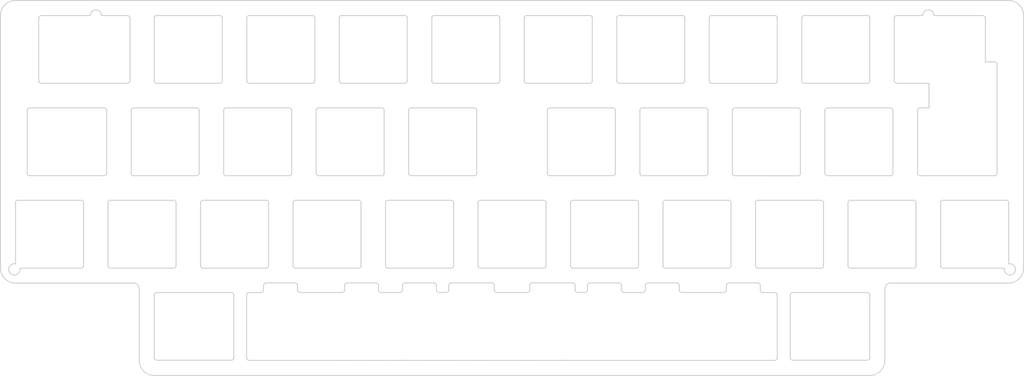
<source format=kicad_pcb>
(kicad_pcb (version 20221018) (generator pcbnew)

  (general
    (thickness 1.6)
  )

  (paper "A4")
  (layers
    (0 "F.Cu" signal)
    (31 "B.Cu" signal)
    (32 "B.Adhes" user "B.Adhesive")
    (33 "F.Adhes" user "F.Adhesive")
    (34 "B.Paste" user)
    (35 "F.Paste" user)
    (36 "B.SilkS" user "B.Silkscreen")
    (37 "F.SilkS" user "F.Silkscreen")
    (38 "B.Mask" user)
    (39 "F.Mask" user)
    (40 "Dwgs.User" user "User.Drawings")
    (41 "Cmts.User" user "User.Comments")
    (42 "Eco1.User" user "User.Eco1")
    (43 "Eco2.User" user "User.Eco2")
    (44 "Edge.Cuts" user)
    (45 "Margin" user)
    (46 "B.CrtYd" user "B.Courtyard")
    (47 "F.CrtYd" user "F.Courtyard")
    (48 "B.Fab" user)
    (49 "F.Fab" user)
    (50 "User.1" user)
    (51 "User.2" user)
    (52 "User.3" user)
    (53 "User.4" user)
    (54 "User.5" user)
    (55 "User.6" user)
    (56 "User.7" user)
    (57 "User.8" user)
    (58 "User.9" user)
  )

  (setup
    (pad_to_mask_clearance 0)
    (grid_origin 58.405 48.72125)
    (pcbplotparams
      (layerselection 0x00010fc_ffffffff)
      (plot_on_all_layers_selection 0x0000000_00000000)
      (disableapertmacros false)
      (usegerberextensions false)
      (usegerberattributes true)
      (usegerberadvancedattributes true)
      (creategerberjobfile true)
      (dashed_line_dash_ratio 12.000000)
      (dashed_line_gap_ratio 3.000000)
      (svgprecision 4)
      (plotframeref false)
      (viasonmask false)
      (mode 1)
      (useauxorigin false)
      (hpglpennumber 1)
      (hpglpenspeed 20)
      (hpglpendiameter 15.000000)
      (dxfpolygonmode true)
      (dxfimperialunits true)
      (dxfusepcbnewfont true)
      (psnegative false)
      (psa4output false)
      (plotreference true)
      (plotvalue true)
      (plotinvisibletext false)
      (sketchpadsonfab false)
      (subtractmaskfromsilk false)
      (outputformat 1)
      (mirror false)
      (drillshape 0)
      (scaleselection 1)
      (outputdirectory "D:/Box2/Dropbox/GitHub/vault35-katana/plates/")
    )
  )

  (net 0 "")

  (gr_curve (pts (xy 77.936668 119.779023) (xy 77.619288 119.779023) (xy 77.372438 119.567435) (xy 77.372438 119.285324))
    (stroke (width 0.2) (type solid)) (layer "Edge.Cuts") (tstamp 00215ca5-616e-49cb-bff8-da682b94a9d2))
  (gr_line (start 96.41522 62.192253) (end 96.41522 49.214952)
    (stroke (width 0.2) (type solid)) (layer "Edge.Cuts") (tstamp 002d1c63-f37c-45e6-b9da-2d1baa7e6741))
  (gr_line (start 96.908925 119.81429) (end 116.022232 119.81429)
    (stroke (width 0.2) (type solid)) (layer "Edge.Cuts") (tstamp 00ce29fe-ad7f-4217-8c86-5e52a2202f56))
  (gr_curve (pts (xy 192.122815 62.685955) (xy 191.840704 62.685955) (xy 191.629115 62.474369) (xy 191.629115 62.192253))
    (stroke (width 0.2) (type solid)) (layer "Edge.Cuts") (tstamp 00f523b3-d90b-4252-a94f-ea4b56e1eb27))
  (gr_curve (pts (xy 68.344748 86.806809) (xy 68.062632 86.806809) (xy 67.851046 87.018395) (xy 67.851046 87.300512))
    (stroke (width 0.2) (type solid)) (layer "Edge.Cuts") (tstamp 01360d9a-a44d-4e5b-a832-1f6442e2a5a0))
  (gr_curve (pts (xy 239.271297 100.313078) (xy 239.271297 100.595194) (xy 239.482875 100.806777) (xy 239.765008 100.806777))
    (stroke (width 0.2) (type solid)) (layer "Edge.Cuts") (tstamp 01d6d7fa-a06f-446d-a204-7b7b9337acd2))
  (gr_line (start 205.629089 119.285324) (end 205.629089 106.343288)
    (stroke (width 0.2) (type solid)) (layer "Edge.Cuts") (tstamp 0244f087-4904-436e-a4a3-35d0b57dfd38))
  (gr_curve (pts (xy 72.611741 68.25773) (xy 72.611741 67.975613) (xy 72.823326 67.764028) (xy 73.105443 67.764028))
    (stroke (width 0.2) (type solid)) (layer "Edge.Cuts") (tstamp 02756ca8-a21a-42d8-985f-288fa576e3f3))
  (gr_line (start 51.206247 81.235032) (end 51.206247 68.25773)
    (stroke (width 0.2) (type solid)) (layer "Edge.Cuts") (tstamp 039ea9a5-41c9-40c8-a4bc-29e5061e7f4d))
  (gr_curve (pts (xy 157.563708 103.839513) (xy 157.281597 103.839513) (xy 157.034742 103.839513) (xy 157.034742 103.839513))
    (stroke (width 0.2) (type solid)) (layer "Edge.Cuts") (tstamp 041235a1-ff4c-4767-ba62-33ea8bcd69dc))
  (gr_line (start 105.936609 87.300512) (end 105.936609 100.313078)
    (stroke (width 0.2) (type solid)) (layer "Edge.Cuts") (tstamp 0433e645-4b4f-46c9-a8b0-7262017294d6))
  (gr_curve (pts (xy 214.656768 100.806777) (xy 214.938879 100.806777) (xy 215.150468 100.595189) (xy 215.150468 100.313078))
    (stroke (width 0.2) (type solid)) (layer "Edge.Cuts") (tstamp 045f6998-5e4b-4abe-8cbe-dee3b04cefd8))
  (gr_line (start 201.150505 87.300512) (end 201.150505 100.313078)
    (stroke (width 0.2) (type solid)) (layer "Edge.Cuts") (tstamp 047104ab-bebd-45ea-83d7-9e9d9c50bc0d))
  (gr_curve (pts (xy 100.400099 103.839513) (xy 100.117982 103.839513) (xy 99.871133 104.086363) (xy 99.871133 104.368479))
    (stroke (width 0.2) (type solid)) (layer "Edge.Cuts") (tstamp 04e3c109-27eb-4e98-a172-fc837b77ea3e))
  (gr_line (start 106.853486 105.285356) (end 106.853486 104.368479)
    (stroke (width 0.2) (type solid)) (layer "Edge.Cuts") (tstamp 05102de0-7331-4967-b595-4eccf4795830))
  (gr_line (start 224.671868 49.214952) (end 224.671868 62.192253)
    (stroke (width 0.2) (type solid)) (layer "Edge.Cuts") (tstamp 05a9b414-6a33-4dad-aae1-be38639ab02c))
  (gr_curve (pts (xy 224.671868 119.285324) (xy 224.671868 119.56744) (xy 224.425013 119.779023) (xy 224.107635 119.779023))
    (stroke (width 0.2) (type solid)) (layer "Edge.Cuts") (tstamp 05d7273b-1524-4d77-9ec7-805266f4e7c4))
  (gr_curve (pts (xy 220.686984 86.806809) (xy 220.404873 86.806809) (xy 220.193284 87.018395) (xy 220.193284 87.300512))
    (stroke (width 0.2) (type solid)) (layer "Edge.Cuts") (tstamp 05dc4241-7bd7-4777-bf05-36869ce122e3))
  (gr_curve (pts (xy 144.445345 119.81429) (xy 144.727456 119.81429) (xy 144.974311 119.81429) (xy 144.974311 119.81429))
    (stroke (width 0.2) (type solid)) (layer "Edge.Cuts") (tstamp 05e29016-9cb8-41e0-ad7c-06699d510837))
  (gr_curve (pts (xy 86.611711 81.235032) (xy 86.611711 81.517148) (xy 86.400125 81.728734) (xy 86.118009 81.728734))
    (stroke (width 0.2) (type solid)) (layer "Edge.Cuts") (tstamp 06360ddc-eb60-43ce-b0ef-9fdaf05bdbaf))
  (gr_curve (pts (xy 53.568963 62.192253) (xy 53.568963 62.474368) (xy 53.851078 62.685955) (xy 54.238986 62.685955))
    (stroke (width 0.2) (type solid)) (layer "Edge.Cuts") (tstamp 06d05045-e896-416c-8b9a-4d7d44aaabad))
  (gr_line (start 224.671868 122.917559) (end 77.372435 122.917559)
    (stroke (width 0.2) (type solid)) (layer "Edge.Cuts") (tstamp 07efba14-6dea-4e4e-af77-1ba42f0a5e72))
  (gr_curve (pts (xy 153.543557 49.214952) (xy 153.543557 48.932836) (xy 153.755146 48.72125) (xy 154.037257 48.72125))
    (stroke (width 0.2) (type solid)) (layer "Edge.Cuts") (tstamp 0806bebc-392a-4147-9b31-eaa2f19cab5d))
  (gr_curve (pts (xy 135.452921 119.81429) (xy 135.452921 119.81429) (xy 135.699776 119.81429) (xy 135.981887 119.81429))
    (stroke (width 0.2) (type solid)) (layer "Edge.Cuts") (tstamp 083387e8-e27d-47f5-86cb-dc173354bdcf))
  (gr_curve (pts (xy 236.732277 47.557525) (xy 236.097522 47.557525) (xy 235.568556 48.086491) (xy 235.568556 48.72125))
    (stroke (width 0.2) (type solid)) (layer "Edge.Cuts") (tstamp 0a369e20-9f8a-441c-bc81-89b9447a58a7))
  (gr_curve (pts (xy 100.893793 87.300512) (xy 100.893793 87.018395) (xy 100.68221 86.806809) (xy 100.400093 86.806809))
    (stroke (width 0.2) (type solid)) (layer "Edge.Cuts") (tstamp 0a4ab186-2ae2-4aee-ae7f-b88282301406))
  (gr_line (start 208.873408 105.814322) (end 224.107635 105.814322)
    (stroke (width 0.2) (type solid)) (layer "Edge.Cuts") (tstamp 0b504d46-dc21-481d-84c2-e4db57e437bd))
  (gr_line (start 73.070176 103.87478) (end 48.808268 103.87478)
    (stroke (width 0.2) (type solid)) (layer "Edge.Cuts") (tstamp 0cf9288f-e538-44e2-9b79-44abb6bda03a))
  (gr_line (start 73.105443 67.764028) (end 86.118009 67.764028)
    (stroke (width 0.2) (type solid)) (layer "Edge.Cuts") (tstamp 0d386862-28e3-43cf-8b31-6e7a79189c0e))
  (gr_line (start 74.269167 119.81429) (end 74.269167 105.073767)
    (stroke (width 0.2) (type solid)) (layer "Edge.Cuts") (tstamp 0d637697-da46-4b48-8c90-9b1377bc3c76))
  (gr_curve (pts (xy 215.150468 87.300512) (xy 215.150468 87.018395) (xy 214.938879 86.806809) (xy 214.656768 86.806809))
    (stroke (width 0.2) (type solid)) (layer "Edge.Cuts") (tstamp 0e08b10a-73f0-4cc3-bc84-bf1136e0f35a))
  (gr_line (start 64.18355 48.72125) (end 54.238986 48.72125)
    (stroke (width 0.2) (type solid)) (layer "Edge.Cuts") (tstamp 0e31d1d4-2da4-4e2e-b3ae-21c90b2d88c9))
  (gr_line (start 157.528431 86.806809) (end 144.515867 86.806809)
    (stroke (width 0.2) (type solid)) (layer "Edge.Cuts") (tstamp 0e5382cb-7ac2-4e0d-8f5d-1a385d1c79b1))
  (gr_line (start 123.533551 105.285356) (end 123.533551 104.368479)
    (stroke (width 0.2) (type solid)) (layer "Edge.Cuts") (tstamp 0e611044-5647-47af-ae3d-130d60e28f76))
  (gr_line (start 138.520929 119.81429) (end 144.445345 119.81429)
    (stroke (width 0.2) (type solid)) (layer "Edge.Cuts") (tstamp 0ee48114-45f1-4097-8daf-458990d43587))
  (gr_curve (pts (xy 191.629115 49.214952) (xy 191.629115 48.932836) (xy 191.840704 48.72125) (xy 192.122815 48.72125))
    (stroke (width 0.2) (type solid)) (layer "Edge.Cuts") (tstamp 0f437a22-6900-47bf-8ec6-befcf363bef4))
  (gr_curve (pts (xy 202.137904 104.368479) (xy 202.137904 104.086363) (xy 201.891049 103.839513) (xy 201.608938 103.839513))
    (stroke (width 0.2) (type solid)) (layer "Edge.Cuts") (tstamp 0f61daa5-0ef0-40fe-9860-c1baaa855339))
  (gr_line (start 202.137904 105.285356) (end 202.137904 104.368479)
    (stroke (width 0.2) (type solid)) (layer "Edge.Cuts") (tstamp 0fc8fbad-01c1-4956-b846-1cb80e3c3104))
  (gr_curve (pts (xy 106.853486 104.368479) (xy 106.853486 104.086363) (xy 106.606636 103.839513) (xy 106.32452 103.839513))
    (stroke (width 0.2) (type solid)) (layer "Edge.Cuts") (tstamp 0fd9e568-9461-414c-894f-70fb66f3c992))
  (gr_line (start 124.979388 87.300512) (end 124.979388 100.313078)
    (stroke (width 0.2) (type solid)) (layer "Edge.Cuts") (tstamp 0fe445ad-1e93-4374-a39a-c6f07fcc4e82))
  (gr_curve (pts (xy 190.853294 67.764028) (xy 191.135405 67.764028) (xy 191.346994 67.975613) (xy 191.346994 68.25773))
    (stroke (width 0.2) (type solid)) (layer "Edge.Cuts") (tstamp 10ac2f9b-bec4-4df6-8496-2ccea2b7e6b7))
  (gr_line (start 96.379959 106.343288) (end 96.379959 119.285324)
    (stroke (width 0.2) (type solid)) (layer "Edge.Cuts") (tstamp 11d75fe2-6ef0-4aac-a427-f53d0be42ed6))
  (gr_curve (pts (xy 177.840731 81.728734) (xy 177.55862 81.728734) (xy 177.347031 81.517148) (xy 177.347031 81.235032))
    (stroke (width 0.2) (type solid)) (layer "Edge.Cuts") (tstamp 1283e670-b64e-412c-bcef-f4ea7f2d274b))
  (gr_line (start 192.122815 62.72122) (end 192.122815 62.685955)
    (stroke (width 0.2) (type solid)) (layer "Edge.Cuts") (tstamp 1288bcd7-b6d8-491c-b80c-5fa73c6b6c20))
  (gr_curve (pts (xy 116.551198 105.285356) (xy 116.551198 105.567472) (xy 116.304348 105.814322) (xy 116.022232 105.814322))
    (stroke (width 0.2) (type solid)) (layer "Edge.Cuts") (tstamp 13e8e58e-491a-4c25-a17f-d21f7ba7c669))
  (gr_curve (pts (xy 208.873408 119.779023) (xy 208.55603 119.779023) (xy 208.309175 119.567435) (xy 208.309175 119.285324))
    (stroke (width 0.2) (type solid)) (layer "Edge.Cuts") (tstamp 140fe3f3-a6d6-40bf-adb9-9aad1e51771f))
  (gr_line (start 227.775131 105.073767) (end 227.775131 119.81429)
    (stroke (width 0.2) (type solid)) (layer "Edge.Cuts") (tstamp 147c8933-c467-4bc2-b7a5-6de676ccbbb8))
  (gr_curve (pts (xy 154.672022 119.81429) (xy 154.672022 119.81429) (xy 154.918878 119.81429) (xy 155.200989 119.81429))
    (stroke (width 0.2) (type solid)) (layer "Edge.Cuts") (tstamp 1481ef77-8877-499f-b051-670b80d67064))
  (gr_line (start 77.866138 48.72125) (end 90.878704 48.72125)
    (stroke (width 0.2) (type solid)) (layer "Edge.Cuts") (tstamp 14a1f18a-16d8-4697-8485-28cc3c5176c7))
  (gr_line (start 124.697267 68.25773) (end 124.697267 81.235032)
    (stroke (width 0.2) (type solid)) (layer "Edge.Cuts") (tstamp 15042667-c7bb-421b-9794-84b90ffcbf93))
  (gr_line (start 91.372403 49.214952) (end 91.372403 62.192253)
    (stroke (width 0.2) (type solid)) (layer "Edge.Cuts") (tstamp 15764ada-e367-47d6-a642-0c116fd829b2))
  (gr_line (start 45.705 100.771511) (end 45.705 48.72125)
    (stroke (width 0.2) (type solid)) (layer "Edge.Cuts") (tstamp 15ca8cae-73fe-4141-88dc-356bc2936b69))
  (gr_curve (pts (xy 137.991963 119.81429) (xy 137.991963 119.81429) (xy 138.238818 119.81429) (xy 138.520929 119.81429))
    (stroke (width 0.2) (type solid)) (layer "Edge.Cuts") (tstamp 1745eb4b-7ba0-4a45-92d7-3d4197c88f73))
  (gr_curve (pts (xy 100.400093 100.806777) (xy 100.68221 100.806777) (xy 100.893793 100.595189) (xy 100.893793 100.313078))
    (stroke (width 0.2) (type solid)) (layer "Edge.Cuts") (tstamp 19016e51-1c03-4197-a9b1-a7c21fe2a425))
  (gr_curve (pts (xy 227.775131 119.81429) (xy 227.775131 121.542244) (xy 226.399811 122.917559) (xy 224.671868 122.917559))
    (stroke (width 0.2) (type solid)) (layer "Edge.Cuts") (tstamp 19134f24-ba35-4ba7-b4a0-db6d16755ea3))
  (gr_curve (pts (xy 235.074868 67.76403) (xy 234.757479 67.76403) (xy 234.510646 67.975616) (xy 234.510646 68.257732))
    (stroke (width 0.2) (type solid)) (layer "Edge.Cuts") (tstamp 19688177-4fe2-47c0-bebd-f3a1869e82a7))
  (gr_curve (pts (xy 73.105443 81.728734) (xy 72.823326 81.728734) (xy 72.611741 81.517148) (xy 72.611741 81.235032))
    (stroke (width 0.2) (type solid)) (layer "Edge.Cuts") (tstamp 1983deb5-5c7f-4cff-b36c-b9835f90c365))
  (gr_curve (pts (xy 173.080036 62.685955) (xy 172.797925 62.685955) (xy 172.586336 62.474369) (xy 172.586336 62.192253))
    (stroke (width 0.2) (type solid)) (layer "Edge.Cuts") (tstamp 19ae38d9-f5b5-4ace-a310-4774e08ee9fb))
  (gr_curve (pts (xy 224.671868 62.192253) (xy 224.671868 62.474368) (xy 224.46029 62.685955) (xy 224.178168 62.685955))
    (stroke (width 0.2) (type solid)) (layer "Edge.Cuts") (tstamp 1a8a780a-18f1-49fd-b4a5-ac7526079110))
  (gr_line (start 129.740083 81.235032) (end 129.740083 68.25773)
    (stroke (width 0.2) (type solid)) (layer "Edge.Cuts") (tstamp 1adb0b5e-58db-41a4-b7ce-4321b5335763))
  (gr_line (start 158.304252 81.235032) (end 158.304252 68.25773)
    (stroke (width 0.2) (type solid)) (layer "Edge.Cuts") (tstamp 1bb52b04-a860-4390-be23-731d6deed82c))
  (gr_curve (pts (xy 215.926289 81.728734) (xy 215.644178 81.728734) (xy 215.432589 81.517148) (xy 215.432589 81.235032))
    (stroke (width 0.2) (type solid)) (layer "Edge.Cuts") (tstamp 1c5e3919-defb-46b8-8b65-6e498e366e75))
  (gr_line (start 191.346994 68.25773) (end 191.346994 81.235032)
    (stroke (width 0.2) (type solid)) (layer "Edge.Cuts") (tstamp 1c62ead7-23e0-4b36-b003-94f565f9ee58))
  (gr_curve (pts (xy 77.372435 49.214952) (xy 77.372435 48.932836) (xy 77.584021 48.72125) (xy 77.866138 48.72125))
    (stroke (width 0.2) (type solid)) (layer "Edge.Cuts") (tstamp 1ce67f39-34dc-49e1-9f72-bc17603c0db7))
  (gr_line (start 130.233783 67.764028) (end 143.246346 67.764028)
    (stroke (width 0.2) (type solid)) (layer "Edge.Cuts") (tstamp 1e32fa9f-6fa5-4fbd-8bba-454fe7f9cb23))
  (gr_curve (pts (xy 105.654488 81.235032) (xy 105.654488 81.517148) (xy 105.442899 81.728734) (xy 105.160788 81.728734))
    (stroke (width 0.2) (type solid)) (layer "Edge.Cuts") (tstamp 1e6d5a42-849e-408b-b95e-a711793ff851))
  (gr_curve (pts (xy 172.586336 49.214952) (xy 172.586336 48.932836) (xy 172.797925 48.72125) (xy 173.080036 48.72125))
    (stroke (width 0.2) (type solid)) (layer "Edge.Cuts") (tstamp 1e7e52cf-8f60-4413-b783-bd2a0fc8b1e9))
  (gr_curve (pts (xy 196.38981 68.25773) (xy 196.38981 67.975613) (xy 196.601399 67.764028) (xy 196.88351 67.764028))
    (stroke (width 0.2) (type solid)) (layer "Edge.Cuts") (tstamp 1e7e75fb-d55f-45a1-9bac-616f87456903))
  (gr_curve (pts (xy 201.644204 86.806809) (xy 201.362093 86.806809) (xy 201.150505 87.018395) (xy 201.150505 87.300512))
    (stroke (width 0.2) (type solid)) (layer "Edge.Cuts") (tstamp 1f73371d-528c-489b-85f8-a85bb0d47e65))
  (gr_line (start 224.107635 119.779023) (end 208.873408 119.779023)
    (stroke (width 0.2) (type solid)) (layer "Edge.Cuts") (tstamp 1f8be4d5-c6a2-42f1-9d9c-276d4c5a2475))
  (gr_curve (pts (xy 45.705 48.72125) (xy 45.705 46.993294) (xy 47.080312 45.617982) (xy 48.808268 45.617982))
    (stroke (width 0.2) (type solid)) (layer "Edge.Cuts") (tstamp 206dcc31-63ac-40fd-9b7c-e90dd44a7077))
  (gr_line (start 127.941602 105.814322) (end 124.062517 105.814322)
    (stroke (width 0.2) (type solid)) (layer "Edge.Cuts") (tstamp 2114ffbe-6ec3-4ebd-b2da-eff82d11aaf3))
  (gr_curve (pts (xy 195.613989 100.806777) (xy 195.8961 100.806777) (xy 196.107688 100.595189) (xy 196.107688 100.313078))
    (stroke (width 0.2) (type solid)) (layer "Edge.Cuts") (tstamp 2139dff7-f56b-41f5-9fcb-bb03b22c7e07))
  (gr_curve (pts (xy 90.878704 48.72125) (xy 91.16082 48.72125) (xy 91.372403 48.932837) (xy 91.372403 49.214952))
    (stroke (width 0.2) (type solid)) (layer "Edge.Cuts") (tstamp 22feb125-1496-4b47-b7a8-e7ea749d9291))
  (gr_curve (pts (xy 91.372403 62.192253) (xy 91.372403 62.474368) (xy 91.160815 62.685955) (xy 90.878704 62.685955))
    (stroke (width 0.2) (type solid)) (layer "Edge.Cuts") (tstamp 234efd23-5c63-4737-abde-7f84babb0907))
  (gr_line (start 186.586299 49.214952) (end 186.586299 62.192253)
    (stroke (width 0.2) (type solid)) (layer "Edge.Cuts") (tstamp 236b51a3-3a2e-43aa-a8c3-3775b0059995))
  (gr_curve (pts (xy 208.309175 106.308021) (xy 208.309175 106.025905) (xy 208.55603 105.814322) (xy 208.873408 105.814322))
    (stroke (width 0.2) (type solid)) (layer "Edge.Cuts") (tstamp 24362a4a-a1be-4931-b60a-68fa25cc2703))
  (gr_curve (pts (xy 185.457844 104.368479) (xy 185.457844 104.086363) (xy 185.210989 103.839513) (xy 184.928878 103.839513))
    (stroke (width 0.2) (type solid)) (layer "Edge.Cuts") (tstamp 259695e8-0690-42a2-a863-d2fb7aeb28a1))
  (gr_curve (pts (xy 250.873317 58.771605) (xy 250.873317 58.48949) (xy 250.661718 58.277905) (xy 250.379607 58.277905))
    (stroke (width 0.2) (type solid)) (layer "Edge.Cuts") (tstamp 25f3eec0-08d7-49a1-8cb4-424f99759664))
  (gr_line (start 196.38981 81.235032) (end 196.38981 68.25773)
    (stroke (width 0.2) (type solid)) (layer "Edge.Cuts") (tstamp 26758b45-428d-4d42-a099-24f154112753))
  (gr_line (start 250.379607 58.277905) (end 248.47532 58.277905)
    (stroke (width 0.2) (type solid)) (layer "Edge.Cuts") (tstamp 268d0a93-80fb-4a0a-9b62-2cb3fbac4430))
  (gr_line (start 215.432589 81.235032) (end 215.432589 68.25773)
    (stroke (width 0.2) (type solid)) (layer "Edge.Cuts") (tstamp 2962e974-10d2-4eae-8fbe-00a1e17aa0c0))
  (gr_line (start 129.457962 49.214952) (end 129.457962 62.192253)
    (stroke (width 0.2) (type solid)) (layer "Edge.Cuts") (tstamp 29f02be2-a17a-41e7-9094-ac46100e77fd))
  (gr_line (start 99.342167 105.814322) (end 96.908925 105.814322)
    (stroke (width 0.2) (type solid)) (layer "Edge.Cuts") (tstamp 2a10cc1d-2fba-4393-abb4-cf28152d1400))
  (gr_line (start 125.473088 100.806777) (end 138.485652 100.806777)
    (stroke (width 0.2) (type solid)) (layer "Edge.Cuts") (tstamp 2a75e29f-7b67-4408-86d2-547f289a494d))
  (gr_line (start 81.851016 100.313078) (end 81.851016 87.300512)
    (stroke (width 0.2) (type solid)) (layer "Edge.Cuts") (tstamp 2a98adbd-7d5f-485e-bfb1-c13100b0436a))
  (gr_curve (pts (xy 220.193284 100.313078) (xy 220.193284 100.595194) (xy 220.404873 100.806777) (xy 220.686984 100.806777))
    (stroke (width 0.2) (type solid)) (layer "Edge.Cuts") (tstamp 2ab9d4cb-337c-45d6-a059-77187d4f497d))
  (gr_line (start 106.32452 103.839513) (end 100.400099 103.839513)
    (stroke (width 0.2) (type solid)) (layer "Edge.Cuts") (tstamp 2c66f651-39b5-4ee1-ab37-f0f75eb86f99))
  (gr_curve (pts (xy 92.148225 81.728734) (xy 91.866108 81.728734) (xy 91.654525 81.517148) (xy 91.654525 81.235032))
    (stroke (width 0.2) (type solid)) (layer "Edge.Cuts") (tstamp 2d3c32bd-dee3-4157-9533-dddcb91a25a4))
  (gr_line (start 171.810515 81.728734) (end 158.797951 81.728734)
    (stroke (width 0.2) (type solid)) (layer "Edge.Cuts") (tstamp 2e930428-68f2-4e6e-b99a-96c4fa326c43))
  (gr_curve (pts (xy 67.851046 100.313078) (xy 67.851046 100.595194) (xy 68.062632 100.806777) (xy 68.344748 100.806777))
    (stroke (width 0.2) (type solid)) (layer "Edge.Cuts") (tstamp 2eb33071-44c3-4a48-a177-f9354c05c879))
  (gr_curve (pts (xy 248.47532 49.214952) (xy 248.47532 48.932836) (xy 248.193209 48.72125) (xy 247.805288 48.72125))
    (stroke (width 0.2) (type solid)) (layer "Edge.Cuts") (tstamp 2ec195d2-fad7-4214-b3b7-619bbee9e4ce))
  (gr_curve (pts (xy 86.893825 100.313078) (xy 86.893825 100.595194) (xy 87.105411 100.806777) (xy 87.387527 100.806777))
    (stroke (width 0.2) (type solid)) (layer "Edge.Cuts") (tstamp 2f1e5143-deaf-4246-9194-195b9f9896a6))
  (gr_line (start 148.007041 62.685955) (end 134.994478 62.685955)
    (stroke (width 0.2) (type solid)) (layer "Edge.Cuts") (tstamp 2fa8aeda-4862-4a21-af82-06cb9996b123))
  (gr_line (start 253.236037 103.87478) (end 228.97413 103.87478)
    (stroke (width 0.2) (type solid)) (layer "Edge.Cuts") (tstamp 31e72583-549c-489a-bae1-bfc0a30d704d))
  (gr_curve (pts (xy 186.092599 48.72125) (xy 186.37471 48.72125) (xy 186.586299 48.932837) (xy 186.586299 49.214952))
    (stroke (width 0.2) (type solid)) (layer "Edge.Cuts") (tstamp 32bf317f-d1d8-4633-a156-3fb0590917c3))
  (gr_curve (pts (xy 105.936609 100.313078) (xy 105.936609 100.595194) (xy 106.148198 100.806777) (xy 106.430309 100.806777))
    (stroke (width 0.2) (type solid)) (layer "Edge.Cuts") (tstamp 3318b489-25bf-40c4-91b7-8882cd9fdc7b))
  (gr_line (start 239.765008 100.806777) (end 252.389661 100.806777)
    (stroke (width 0.2) (type solid)) (layer "Edge.Cuts") (tstamp 3330721b-816b-4cce-b896-945e226faba8))
  (gr_line (start 71.694867 48.72125) (end 66.511 48.72125)
    (stroke (width 0.2) (type solid)) (layer "Edge.Cuts") (tstamp 34f5e8b4-dc54-4601-acb8-c15735773c2d))
  (gr_curve (pts (xy 228.938852 67.764028) (xy 229.220963 67.764028) (xy 229.432563 67.975613) (xy 229.432563 68.25773))
    (stroke (width 0.2) (type solid)) (layer "Edge.Cuts") (tstamp 362d49da-712b-40fd-878a-cc0031fb83fd))
  (gr_curve (pts (xy 233.699547 100.806777) (xy 233.981658 100.806777) (xy 234.193257 100.595189) (xy 234.193257 100.313078))
    (stroke (width 0.2) (type solid)) (layer "Edge.Cuts") (tstamp 37834d59-5bae-45aa-a5da-97055e47a43a))
  (gr_curve (pts (xy 117.080164 103.839513) (xy 116.798047 103.839513) (xy 116.551198 104.086363) (xy 116.551198 104.368479))
    (stroke (width 0.2) (type solid)) (layer "Edge.Cuts") (tstamp 37cbcde7-09ba-4e02-baa8-3ab337a05c5e))
  (gr_line (start 116.022232 105.814322) (end 107.382452 105.814322)
    (stroke (width 0.2) (type solid)) (layer "Edge.Cuts") (tstamp 38e84548-76a0-423d-9685-61a1646498de))
  (gr_line (start 100.400093 86.806809) (end 87.387527 86.806809)
    (stroke (width 0.2) (type solid)) (layer "Edge.Cuts") (tstamp 39368a14-9b46-412f-8161-d15818a4f157))
  (gr_curve (pts (xy 124.979388 100.313078) (xy 124.979388 100.595194) (xy 125.190977 100.806777) (xy 125.473088 100.806777))
    (stroke (width 0.2) (type solid)) (layer "Edge.Cuts") (tstamp 3976f241-87fa-4246-a521-87b5dcaf01b7))
  (gr_line (start 233.699547 86.806809) (end 220.686984 86.806809)
    (stroke (width 0.2) (type solid)) (layer "Edge.Cuts") (tstamp 3992ae0c-d087-4bc8-ac7c-a96b126e5788))
  (gr_line (start 230.384684 62.685955) (end 236.873344 62.685955)
    (stroke (width 0.2) (type solid)) (layer "Edge.Cuts") (tstamp 3a8fa867-c1af-4082-b8e3-3154db05e4d3))
  (gr_line (start 205.135378 62.72122) (end 192.122815 62.72122)
    (stroke (width 0.2) (type solid)) (layer "Edge.Cuts") (tstamp 3af20ef6-4841-47df-bbce-1f98a90aa7d2))
  (gr_curve (pts (xy 110.415182 62.192253) (xy 110.415182 62.474368) (xy 110.203594 62.685955) (xy 109.921483 62.685955))
    (stroke (width 0.2) (type solid)) (layer "Edge.Cuts") (tstamp 3b2f6d60-845d-49a2-9884-8e5000df40cb))
  (gr_curve (pts (xy 137.991963 105.285356) (xy 137.991963 105.567472) (xy 137.745108 105.814322) (xy 137.462997 105.814322))
    (stroke (width 0.2) (type solid)) (layer "Edge.Cuts") (tstamp 3b581cf6-25d5-4707-bc96-07a0c3bd09df))
  (gr_line (start 139.860972 103.839513) (end 138.520929 103.839513)
    (stroke (width 0.2) (type solid)) (layer "Edge.Cuts") (tstamp 3d4e8280-0818-42d3-baad-7c1418a0207b))
  (gr_line (start 166.027165 105.814322) (end 164.546056 105.814322)
    (stroke (width 0.2) (type solid)) (layer "Edge.Cuts") (tstamp 3dfecb99-2e59-4872-b9fa-ccdc1732105b))
  (gr_curve (pts (xy 123.533551 119.81429) (xy 123.533551 119.81429) (xy 123.780401 119.81429) (xy 124.062517 119.81429))
    (stroke (width 0.2) (type solid)) (layer "Edge.Cuts") (tstamp 3e8eff6d-8a1b-4a4a-b584-d87bce9bc2e4))
  (gr_line (start 196.88351 67.764028) (end 209.896073 67.764028)
    (stroke (width 0.2) (type solid)) (layer "Edge.Cuts") (tstamp 3f48f5cf-07b4-4d80-90bb-35e334b301c7))
  (gr_curve (pts (xy 135.452921 104.368479) (xy 135.452921 104.086363) (xy 135.206066 103.839513) (xy 134.923955 103.839513))
    (stroke (width 0.2) (type solid)) (layer "Edge.Cuts") (tstamp 3f9748de-a3d5-4a9b-8013-e593247a02d1))
  (gr_line (start 163.488124 103.839513) (end 157.563708 103.839513)
    (stroke (width 0.2) (type solid)) (layer "Edge.Cuts") (tstamp 404dab82-2326-4223-9d85-57425fb6e094))
  (gr_curve (pts (xy 256.3393 100.771511) (xy 256.3393 102.499465) (xy 254.963979 103.87478) (xy 253.236037 103.87478))
    (stroke (width 0.2) (type solid)) (layer "Edge.Cuts") (tstamp 406fc3d1-88db-43c6-92dc-7cabddee59a6))
  (gr_line (start 215.926289 67.764028) (end 228.938852 67.764028)
    (stroke (width 0.2) (type solid)) (layer "Edge.Cuts") (tstamp 40e1316a-1fda-4b07-8cc7-e26886900385))
  (gr_curve (pts (xy 119.936572 87.300512) (xy 119.936572 87.018395) (xy 119.724989 86.806809) (xy 119.442872 86.806809))
    (stroke (width 0.2) (type solid)) (layer "Edge.Cuts") (tstamp 42047b74-b3ee-49e9-a27d-0d66ec6f74f5))
  (gr_curve (pts (xy 49.725143 101.053627) (xy 49.725143 100.947833) (xy 49.725143 100.877305) (xy 49.689878 100.806777))
    (stroke (width 0.2) (type solid)) (layer "Edge.Cuts") (tstamp 4280886f-e2b9-42f3-a4b9-d9a2607f9f94))
  (gr_line (start 191.629115 62.192253) (end 191.629115 49.214952)
    (stroke (width 0.2) (type solid)) (layer "Edge.Cuts") (tstamp 42d4b410-245c-4686-a149-d0413310766d))
  (gr_curve (pts (xy 186.586299 62.192253) (xy 186.586299 62.474368) (xy 186.37471 62.685955) (xy 186.092599 62.685955))
    (stroke (width 0.2) (type solid)) (layer "Edge.Cuts") (tstamp 432e1e4f-9e96-4502-bfce-8403f679de35))
  (gr_curve (pts (xy 177.347031 68.25773) (xy 177.347031 67.975613) (xy 177.55862 67.764028) (xy 177.840731 67.764028))
    (stroke (width 0.2) (type solid)) (layer "Edge.Cuts") (tstamp 43363a90-0977-46e7-8f9a-ef84de0de263))
  (gr_line (start 106.430309 100.806777) (end 119.442872 100.806777)
    (stroke (width 0.2) (type solid)) (layer "Edge.Cuts") (tstamp 43b7c435-3b2b-4e35-8e24-56edecb40b27))
  (gr_line (start 67.851046 87.300512) (end 67.851046 100.313078)
    (stroke (width 0.2) (type solid)) (layer "Edge.Cuts") (tstamp 45cfbdbe-5e61-461c-8050-a5e2bb9929ca))
  (gr_curve (pts (xy 196.107688 87.300512) (xy 196.107688 87.018395) (xy 195.8961 86.806809) (xy 195.613989 86.806809))
    (stroke (width 0.2) (type solid)) (layer "Edge.Cuts") (tstamp 467bac14-4f5e-412f-9da8-2a774f131fdc))
  (gr_curve (pts (xy 196.88351 81.728734) (xy 196.601399 81.728734) (xy 196.38981 81.517148) (xy 196.38981 81.235032))
    (stroke (width 0.2) (type solid)) (layer "Edge.Cuts") (tstamp 4734b536-4a8a-4063-a939-713ddcfe7806))
  (gr_curve (pts (xy 253.518147 99.889901) (xy 253.412359 99.889901) (xy 253.341825 99.889901) (xy 253.271292 99.925167))
    (stroke (width 0.2) (type solid)) (layer "Edge.Cuts") (tstamp 473b1f83-8f2a-450f-ab10-ad4ece0da5bf))
  (gr_line (start 158.797951 67.764028) (end 171.810515 67.764028)
    (stroke (width 0.2) (type solid)) (layer "Edge.Cuts") (tstamp 47a17b0a-0c60-401a-b325-d824dc03e5f4))
  (gr_curve (pts (xy 116.022232 119.81429) (xy 116.304348 119.81429) (xy 116.551198 119.81429) (xy 116.551198 119.81429))
    (stroke (width 0.2) (type solid)) (layer "Edge.Cuts") (tstamp 47c7962e-7033-4f5c-a57d-d1b5600c45d8))
  (gr_curve (pts (xy 48.808268 99.925167) (xy 48.737739 99.889901) (xy 48.631946 99.889901) (xy 48.561417 99.889901))
    (stroke (width 0.2) (type solid)) (layer "Edge.Cuts") (tstamp 4ab7e545-2a19-4fb6-81e5-a48884fd85c3))
  (gr_curve (pts (xy 211.165605 62.685955) (xy 210.883494 62.685955) (xy 210.671905 62.474369) (xy 210.671905 62.192253))
    (stroke (width 0.2) (type solid)) (layer "Edge.Cuts") (tstamp 4b9550a4-9603-4391-9b30-8f2f4d471956))
  (gr_line (start 145.503277 119.81429) (end 154.143056 119.81429)
    (stroke (width 0.2) (type solid)) (layer "Edge.Cuts") (tstamp 4cc44e4c-b66e-4078-b30e-a75faa948269))
  (gr_curve (pts (xy 157.034742 103.839513) (xy 157.034742 103.839513) (xy 156.787887 103.839513) (xy 156.505776 103.839513))
    (stroke (width 0.2) (type solid)) (layer "Edge.Cuts") (tstamp 4d7aa609-622f-40a9-ba65-b8bfd9048725))
  (gr_curve (pts (xy 129.740083 68.25773) (xy 129.740083 67.975613) (xy 129.951672 67.764028) (xy 130.233783 67.764028))
    (stroke (width 0.2) (type solid)) (layer "Edge.Cuts") (tstamp 4e37205c-05b8-4e1b-a3ea-32d10fbc912c))
  (gr_curve (pts (xy 86.118009 67.764028) (xy 86.400125 67.764028) (xy 86.611711 67.975613) (xy 86.611711 68.25773))
    (stroke (width 0.2) (type solid)) (layer "Edge.Cuts") (tstamp 4f3495de-d804-4491-aee4-cdaef430752d))
  (gr_curve (pts (xy 96.908925 105.814322) (xy 96.626808 105.814322) (xy 96.379959 106.061172) (xy 96.379959 106.343288))
    (stroke (width 0.2) (type solid)) (layer "Edge.Cuts") (tstamp 4f519ea6-b3dc-4131-9f22-71466b05efdf))
  (gr_curve (pts (xy 178.475496 105.285356) (xy 178.475496 105.567472) (xy 178.228641 105.814322) (xy 177.94653 105.814322))
    (stroke (width 0.2) (type solid)) (layer "Edge.Cuts") (tstamp 4fd7e5e0-cdb8-44c4-b5eb-32dd75e2e04c))
  (gr_curve (pts (xy 144.974311 119.81429) (xy 144.974311 119.81429) (xy 145.221166 119.81429) (xy 145.503277 119.81429))
    (stroke (width 0.2) (type solid)) (layer "Edge.Cuts") (tstamp 4fee0659-56e3-4bc1-8e22-60ed291622ec))
  (gr_line (start 172.586336 62.192253) (end 172.586336 49.214952)
    (stroke (width 0.2) (type solid)) (layer "Edge.Cuts") (tstamp 50a9011a-3735-4785-9225-b12d86759ca8))
  (gr_curve (pts (xy 209.896073 67.764028) (xy 210.178184 67.764028) (xy 210.389773 67.975613) (xy 210.389773 68.25773))
    (stroke (width 0.2) (type solid)) (layer "Edge.Cuts") (tstamp 50d218ff-4b1e-455e-bfd4-15546e7346c0))
  (gr_line (start 123.004585 103.839513) (end 117.080164 103.839513)
    (stroke (width 0.2) (type solid)) (layer "Edge.Cuts") (tstamp 51612b03-e4d4-4988-8586-999eaf9e6ed7))
  (gr_curve (pts (xy 77.372435 122.917559) (xy 75.644479 122.917559) (xy 74.269167 121.542249) (xy 74.269167 119.81429))
    (stroke (width 0.2) (type solid)) (layer "Edge.Cuts") (tstamp 539d362d-6df8-4c44-872b-53c6545557c0))
  (gr_curve (pts (xy 123.004585 119.81429) (xy 123.286701 119.81429) (xy 123.533551 119.81429) (xy 123.533551 119.81429))
    (stroke (width 0.2) (type solid)) (layer "Edge.Cuts") (tstamp 53bd6902-293a-4d6f-ba7d-0182f58d32c8))
  (gr_curve (pts (xy 254.681847 101.053627) (xy 254.646613 100.418867) (xy 254.152902 99.889901) (xy 253.518147 99.889901))
    (stroke (width 0.2) (type solid)) (layer "Edge.Cuts") (tstamp 53cfc8bc-5e2f-4d5d-8c61-412ab712fdeb))
  (gr_line (start 148.500741 49.214952) (end 148.500741 62.192253)
    (stroke (width 0.2) (type solid)) (layer "Edge.Cuts") (tstamp 53ea56ca-5912-4ede-81f9-f69acbba7a7f))
  (gr_line (start 154.143056 105.814322) (end 147.901252 105.814322)
    (stroke (width 0.2) (type solid)) (layer "Edge.Cuts") (tstamp 547e1c0f-9a31-4a53-854e-d232e5c94ed6))
  (gr_line (start 234.193257 100.313078) (end 234.193257 87.300512)
    (stroke (width 0.2) (type solid)) (layer "Edge.Cuts") (tstamp 5680a710-9f93-4ace-b100-6a13645e3e67))
  (gr_curve (pts (xy 234.510646 81.235032) (xy 234.510646 81.517148) (xy 234.757501 81.728734) (xy 235.074868 81.728734))
    (stroke (width 0.2) (type solid)) (layer "Edge.Cuts") (tstamp 56acf2cf-cae9-4c06-9793-ca707dcb4472))
  (gr_line (start 177.347031 81.235032) (end 177.347031 68.25773)
    (stroke (width 0.2) (type solid)) (layer "Edge.Cuts") (tstamp 56cb5683-af90-41cf-a145-d4655eb748d0))
  (gr_line (start 164.01709 105.285356) (end 164.01709 104.368479)
    (stroke (width 0.2) (type solid)) (layer "Edge.Cuts") (tstamp 57be9047-6c72-4037-90c8-221067fb8fa3))
  (gr_curve (pts (xy 111.191004 81.728734) (xy 110.908887 81.728734) (xy 110.697304 81.517148) (xy 110.697304 81.235032))
    (stroke (width 0.2) (type solid)) (layer "Edge.Cuts") (tstamp 57feccae-f9b9-4ed0-b5f3-b8aac81385b1))
  (gr_line (start 211.165605 48.72125) (end 224.178168 48.72125)
    (stroke (width 0.2) (type solid)) (layer "Edge.Cuts") (tstamp 5814285d-1cf5-4b04-b4ef-29c17a5a4621))
  (gr_line (start 208.309175 119.285324) (end 208.309175 106.308021)
    (stroke (width 0.2) (type solid)) (layer "Edge.Cuts") (tstamp 582be674-82c8-44e0-8dde-db08bc474017))
  (gr_line (start 196.107688 100.313078) (end 196.107688 87.300512)
    (stroke (width 0.2) (type solid)) (layer "Edge.Cuts") (tstamp 585584a5-7978-42bd-82d3-1c5d5ef90af0))
  (gr_curve (pts (xy 230.384684 48.72125) (xy 229.996785 48.72125) (xy 229.714652 48.932837) (xy 229.714652 49.214952))
    (stroke (width 0.2) (type solid)) (layer "Edge.Cuts") (tstamp 58995f7b-b15d-48d7-8914-a84158fb472a))
  (gr_line (start 186.092599 62.685955) (end 173.080036 62.685955)
    (stroke (width 0.2) (type solid)) (layer "Edge.Cuts") (tstamp 58de32fe-cb00-40da-abda-d5dd0acfe8a0))
  (gr_line (start 154.037257 48.72125) (end 167.04982 48.72125)
    (stroke (width 0.2) (type solid)) (layer "Edge.Cuts") (tstamp 5929d328-c9a8-4be2-ac31-1bf29206e98b))
  (gr_line (start 176.57121 86.806809) (end 163.558646 86.806809)
    (stroke (width 0.2) (type solid)) (layer "Edge.Cuts") (tstamp 5c18c23c-1dbb-44db-ab69-8a989a4375d3))
  (gr_line (start 128.999534 119.81429) (end 134.923955 119.81429)
    (stroke (width 0.2) (type solid)) (layer "Edge.Cuts") (tstamp 5d9ef16a-8062-48b9-ad84-d568cdf9baa6))
  (gr_curve (pts (xy 234.193257 87.300512) (xy 234.193257 87.018395) (xy 233.981658 86.806809) (xy 233.699547 86.806809))
    (stroke (width 0.2) (type solid)) (layer "Edge.Cuts") (tstamp 5df16c4e-4343-4b2e-a938-5e8455470779))
  (gr_line (start 214.656768 86.806809) (end 201.644204 86.806809)
    (stroke (width 0.2) (type solid)) (layer "Edge.Cuts") (tstamp 5ea14165-aac9-48dd-a653-1148e57c14fa))
  (gr_line (start 67.004702 81.728734) (end 51.770478 81.728734)
    (stroke (width 0.2) (type solid)) (layer "Edge.Cuts") (tstamp 608bb8c0-2f82-4a33-a093-7e96f148f19a))
  (gr_curve (pts (xy 143.740046 81.235032) (xy 143.740046 81.517148) (xy 143.528457 81.728734) (xy 143.246346 81.728734))
    (stroke (width 0.2) (type solid)) (layer "Edge.Cuts") (tstamp 60e53927-6686-4b7d-9e0b-d058e351ab79))
  (gr_line (start 234.510646 68.257732) (end 234.510646 81.235032)
    (stroke (width 0.2) (type solid)) (layer "Edge.Cuts") (tstamp 60f06817-3bef-4a48-a9d6-e31d1782bf4d))
  (gr_line (start 210.389773 68.25773) (end 210.389773 81.270296)
    (stroke (width 0.2) (type solid)) (layer "Edge.Cuts") (tstamp 611feaff-d33f-4788-b0de-c05c44b707de))
  (gr_line (start 109.921483 62.685955) (end 96.908919 62.685955)
    (stroke (width 0.2) (type solid)) (layer "Edge.Cuts") (tstamp 612e024d-724f-40b0-87f0-b70e7139c9e6))
  (gr_curve (pts (xy 182.107726 100.313078) (xy 182.107726 100.595194) (xy 182.319314 100.806777) (xy 182.601425 100.806777))
    (stroke (width 0.2) (type solid)) (layer "Edge.Cuts") (tstamp 61531fd6-cbb5-4130-a76a-a43e9dfea364))
  (gr_curve (pts (xy 48.561417 102.217354) (xy 49.196177 102.217354) (xy 49.725143 101.688388) (xy 49.725143 101.053627))
    (stroke (width 0.2) (type solid)) (layer "Edge.Cuts") (tstamp 61d3f7e7-2d16-4feb-9f76-e72b492ab847))
  (gr_curve (pts (xy 252.354405 101.053627) (xy 252.354405 101.688388) (xy 252.883371 102.217354) (xy 253.518126 102.217354))
    (stroke (width 0.2) (type solid)) (layer "Edge.Cuts") (tstamp 61f163e1-5061-4adf-96b5-47584ef86aa7))
  (gr_line (start 252.777582 86.806807) (end 239.765008 86.806807)
    (stroke (width 0.2) (type solid)) (layer "Edge.Cuts") (tstamp 6223026b-1efd-47ab-af53-2135a9e8c66f))
  (gr_line (start 209.896073 81.763998) (end 196.88351 81.728734)
    (stroke (width 0.2) (type solid)) (layer "Edge.Cuts") (tstamp 62548bb2-76d8-46ea-bc9f-a6a50a23a599))
  (gr_curve (pts (xy 167.54352 62.192253) (xy 167.54352 62.474368) (xy 167.331931 62.685955) (xy 167.04982 62.685955))
    (stroke (width 0.2) (type solid)) (layer "Edge.Cuts") (tstamp 62d0678d-a092-43f0-aae1-0a99f2d679f5))
  (gr_line (start 143.740046 68.25773) (end 143.740046 81.235032)
    (stroke (width 0.2) (type solid)) (layer "Edge.Cuts") (tstamp 64baa992-573c-40ab-a3c3-642d697c5819))
  (gr_line (start 195.613989 86.806809) (end 182.601425 86.806809)
    (stroke (width 0.2) (type solid)) (layer "Edge.Cuts") (tstamp 66e5aba7-d6b8-4c4f-a8a6-d16e5ca66633))
  (gr_line (start 72.364891 62.192253) (end 72.364891 49.214952)
    (stroke (width 0.2) (type solid)) (layer "Edge.Cuts") (tstamp 673abe4a-f588-4dc1-86ab-e45b11338b8c))
  (gr_curve (pts (xy 123.533551 104.368479) (xy 123.533551 104.086363) (xy 123.286701 103.839513) (xy 123.004585 103.839513))
    (stroke (width 0.2) (type solid)) (layer "Edge.Cuts") (tstamp 674ab043-498d-4f21-91fe-5690e3827913))
  (gr_line (start 86.611711 68.25773) (end 86.611711 81.235032)
    (stroke (width 0.2) (type solid)) (layer "Edge.Cuts") (tstamp 697c57c8-977d-4ab5-bb33-c811f94dd8ba))
  (gr_curve (pts (xy 140.389938 103.839513) (xy 140.389938 103.839513) (xy 140.143083 103.839513) (xy 139.860972 103.839513))
    (stroke (width 0.2) (type solid)) (layer "Edge.Cuts") (tstamp 6a686c1c-2ab2-4d1e-b47c-5a58cfa399ff))
  (gr_line (start 235.074868 81.728734) (end 250.309095 81.728734)
    (stroke (width 0.2) (type solid)) (layer "Edge.Cuts") (tstamp 6ae057e4-ac42-4777-88c7-67280aaa2c98))
  (gr_curve (pts (xy 134.923955 119.81429) (xy 135.206066 119.81429) (xy 135.452921 119.81429) (xy 135.452921 119.81429))
    (stroke (width 0.2) (type solid)) (layer "Edge.Cuts") (tstamp 6c74feeb-533e-4bf0-ac7c-45116c96b2b2))
  (gr_line (start 167.54352 49.214952) (end 167.54352 62.192253)
    (stroke (width 0.2) (type solid)) (layer "Edge.Cuts") (tstamp 6d9a0ccb-1840-46ee-b6bc-e248f0374d12))
  (gr_curve (pts (xy 140.918904 103.839513) (xy 140.636793 103.839513) (xy 140.389938 103.839513) (xy 140.389938 103.839513))
    (stroke (width 0.2) (type solid)) (layer "Edge.Cuts") (tstamp 6e153e1c-7f76-4962-a43c-8daea2a12bb8))
  (gr_line (start 77.372438 119.285324) (end 77.372438 106.308021)
    (stroke (width 0.2) (type solid)) (layer "Edge.Cuts") (tstamp 6e26af64-820f-44f0-9865-96d140d9f9a9))
  (gr_curve (pts (xy 48.561417 99.889901) (xy 47.926658 99.889901) (xy 47.397692 100.418867) (xy 47.397692 101.053627))
    (stroke (width 0.2) (type solid)) (layer "Edge.Cuts") (tstamp 6e35dcad-c28e-487d-8768-a12ffde2fad8))
  (gr_curve (pts (xy 65.347275 47.557525) (xy 64.712516 47.557525) (xy 64.18355 48.086491) (xy 64.18355 48.72125))
    (stroke (width 0.2) (type solid)) (layer "Edge.Cuts") (tstamp 6e94e80c-0073-4c43-a8fe-198db256cafb))
  (gr_curve (pts (xy 134.994478 62.685955) (xy 134.712367 62.685955) (xy 134.500778 62.474369) (xy 134.500778 62.192253))
    (stroke (width 0.2) (type solid)) (layer "Edge.Cuts") (tstamp 6f5bd589-c117-4ba9-b9ec-2a13842c36de))
  (gr_line (start 86.893825 87.300512) (end 86.893825 100.313078)
    (stroke (width 0.2) (type solid)) (layer "Edge.Cuts") (tstamp 6ff11aad-6999-4c6c-bbf0-96633b56ef46))
  (gr_curve (pts (xy 158.797951 81.728734) (xy 158.515841 81.728734) (xy 158.304252 81.517148) (xy 158.304252 81.235032))
    (stroke (width 0.2) (type solid)) (layer "Edge.Cuts") (tstamp 70d9111e-1655-4994-be07-063a352b56a6))
  (gr_line (start 119.442872 86.806809) (end 106.430309 86.806809)
    (stroke (width 0.2) (type solid)) (layer "Edge.Cuts") (tstamp 7237a507-8abe-4c1e-ab0d-35c75e19ee14))
  (gr_line (start 105.654488 68.25773) (end 105.654488 81.235032)
    (stroke (width 0.2) (type solid)) (layer "Edge.Cuts") (tstamp 723c9a96-e5d4-4628-a931-3ff02f428638))
  (gr_curve (pts (xy 253.236037 45.617982) (xy 254.964001 45.617982) (xy 256.3393 46.993294) (xy 256.3393 48.72125))
    (stroke (width 0.2) (type solid)) (layer "Edge.Cuts") (tstamp 72d857ac-f8bb-489c-82f3-7e443b971267))
  (gr_line (start 62.808237 100.313078) (end 62.808237 87.300512)
    (stroke (width 0.2) (type solid)) (layer "Edge.Cuts") (tstamp 730ed03d-bdf0-45e3-bae6-75e164ccc5de))
  (gr_curve (pts (xy 62.314535 100.806777) (xy 62.59665 100.806777) (xy 62.808237 100.595189) (xy 62.808237 100.313078))
    (stroke (width 0.2) (type solid)) (layer "Edge.Cuts") (tstamp 7405d231-e9c9-417a-aca5-ba01d16bf139))
  (gr_line (start 93.735123 119.285324) (end 93.770384 119.285324)
    (stroke (width 0.2) (type solid)) (layer "Edge.Cuts") (tstamp 75c20239-8a41-4622-8131-cd2c7c448ca6))
  (gr_curve (pts (xy 62.808237 87.300512) (xy 62.808237 87.018395) (xy 62.59665 86.806809) (xy 62.314535 86.806809))
    (stroke (width 0.2) (type solid)) (layer "Edge.Cuts") (tstamp 778f9c11-8035-466b-9fa9-e5a7ff72ab0e))
  (gr_line (start 163.064947 87.300512) (end 163.064947 100.313078)
    (stroke (width 0.2) (type solid)) (layer "Edge.Cuts") (tstamp 77bd4b0d-e081-4deb-9bd1-58c486ba4292))
  (gr_line (start 62.314535 86.806809) (end 49.30197 86.806809)
    (stroke (width 0.2) (type solid)) (layer "Edge.Cuts") (tstamp 79cceb4e-3b31-4cf8-bc08-e6890b9f878f))
  (gr_curve (pts (xy 205.629078 106.343288) (xy 205.629078 106.061172) (xy 205.382223 105.814322) (xy 205.100112 105.814322))
    (stroke (width 0.2) (type solid)) (layer "Edge.Cuts") (tstamp 7a65aa4b-bdae-47cf-bdfe-e975c5cda310))
  (gr_curve (pts (xy 148.500741 62.192253) (xy 148.500741 62.474368) (xy 148.289152 62.685955) (xy 148.007041 62.685955))
    (stroke (width 0.2) (type solid)) (layer "Edge.Cuts") (tstamp 7a99c3f7-7c2e-49d3-aea1-efdfd72e706c))
  (gr_line (start 93.206151 119.779023) (end 77.936668 119.779023)
    (stroke (width 0.2) (type solid)) (layer "Edge.Cuts") (tstamp 7b6cf145-3a28-4400-82b7-76cde1b50a82))
  (gr_curve (pts (xy 49.30197 86.806809) (xy 49.019854 86.806809) (xy 48.808268 87.018395) (xy 48.808268 87.300512))
    (stroke (width 0.2) (type solid)) (layer "Edge.Cuts") (tstamp 7e50b1dd-b4aa-4177-a5ef-86062b252b0c))
  (gr_curve (pts (xy 171.810515 67.764028) (xy 172.092626 67.764028) (xy 172.304215 67.975613) (xy 172.304215 68.25773))
    (stroke (width 0.2) (type solid)) (layer "Edge.Cuts") (tstamp 7e85932b-5afb-4aa3-91d9-a912b3427138))
  (gr_curve (pts (xy 87.387527 86.806809) (xy 87.105411 86.806809) (xy 86.893825 87.018395) (xy 86.893825 87.300512))
    (stroke (width 0.2) (type solid)) (layer "Edge.Cuts") (tstamp 7f0d619e-42b0-4ac0-8b41-cb68a5f4df8b))
  (gr_line (start 156.505776 103.839513) (end 155.200989 103.839513)
    (stroke (width 0.2) (type solid)) (layer "Edge.Cuts") (tstamp 7f3b406a-9236-4105-9a91-32940b7ac9e7))
  (gr_line (start 128.470568 104.368479) (end 128.470568 105.285356)
    (stroke (width 0.2) (type solid)) (layer "Edge.Cuts") (tstamp 7f89bd2a-d982-4b3a-90af-8c8f41aca756))
  (gr_curve (pts (xy 109.921483 48.72125) (xy 110.203599 48.72125) (xy 110.415182 48.932837) (xy 110.415182 49.214952))
    (stroke (width 0.2) (type solid)) (layer "Edge.Cuts") (tstamp 81acb8ab-890d-4974-b5bb-b68babd4dc72))
  (gr_curve (pts (xy 166.556131 105.285356) (xy 166.556131 105.567472) (xy 166.309276 105.814322) (xy 166.027165 105.814322))
    (stroke (width 0.2) (type solid)) (layer "Edge.Cuts") (tstamp 81edb9ec-4887-491e-88fc-8fc4a6c5280b))
  (gr_curve (pts (xy 164.01709 104.368479) (xy 164.01709 104.086363) (xy 163.770235 103.839513) (xy 163.488124 103.839513))
    (stroke (width 0.2) (type solid)) (layer "Edge.Cuts") (tstamp 82137d50-d69e-45a6-aee2-334319978036))
  (gr_line (start 111.191004 67.764028) (end 124.203567 67.764028)
    (stroke (width 0.2) (type solid)) (layer "Edge.Cuts") (tstamp 822331b7-3ac9-443d-aabe-c4dac9483cb9))
  (gr_line (start 135.981887 119.81429) (end 137.462997 119.81429)
    (stroke (width 0.2) (type solid)) (layer "Edge.Cuts") (tstamp 82821134-efd5-49b7-8de8-597debec9ed3))
  (gr_curve (pts (xy 177.064909 87.300512) (xy 177.064909 87.018395) (xy 176.853321 86.806809) (xy 176.57121 86.806809))
    (stroke (width 0.2) (type solid)) (layer "Edge.Cuts") (tstamp 83201a22-0312-4fe2-bb25-632f16ce8a58))
  (gr_line (start 177.064909 100.313078) (end 177.064909 87.300512)
    (stroke (width 0.2) (type solid)) (layer "Edge.Cuts") (tstamp 84b60d38-eb25-4cac-abe5-58e48bebccac))
  (gr_line (start 201.644204 100.806777) (end 214.656768 100.806777)
    (stroke (width 0.2) (type solid)) (layer "Edge.Cuts") (tstamp 8601fd1c-2b49-44cb-b555-a32999f60216))
  (gr_curve (pts (xy 144.515867 86.806809) (xy 144.233756 86.806809) (xy 144.022168 87.018395) (xy 144.022168 87.300512))
    (stroke (width 0.2) (type solid)) (layer "Edge.Cuts") (tstamp 860ef845-b421-4852-897f-01d24717fc8f))
  (gr_line (start 77.936668 105.814322) (end 93.17089 105.814322)
    (stroke (width 0.2) (type solid)) (layer "Edge.Cuts") (tstamp 875530a9-ba4d-4abb-9ab9-8deb30ea97f9))
  (gr_line (start 143.246346 81.728734) (end 130.233783 81.728734)
    (stroke (width 0.2) (type solid)) (layer "Edge.Cuts") (tstamp 88df7423-30bb-4829-a371-5dc0bd73062e))
  (gr_line (start 144.515867 100.806777) (end 157.528431 100.806777)
    (stroke (width 0.2) (type solid)) (layer "Edge.Cuts") (tstamp 88e4e55e-041c-4785-af26-325ffbbe6105))
  (gr_curve (pts (xy 163.064947 100.313078) (xy 163.064947 100.595194) (xy 163.276535 100.806777) (xy 163.558646 100.806777))
    (stroke (width 0.2) (type solid)) (layer "Edge.Cuts") (tstamp 895d529b-81d3-4748-9b5e-2acd86f92e66))
  (gr_curve (pts (xy 161.65437 119.81429) (xy 161.65437 119.81429) (xy 161.901226 119.81429) (xy 162.183337 119.81429))
    (stroke (width 0.2) (type solid)) (layer "Edge.Cuts") (tstamp 8b049a2b-1c66-4e77-801a-58983c37bb12))
  (gr_curve (pts (xy 48.808268 103.87478) (xy 47.080312 103.87478) (xy 45.705 102.49947) (xy 45.705 100.771511))
    (stroke (width 0.2) (type solid)) (layer "Edge.Cuts") (tstamp 8bd7fb9e-3999-4c30-8c02-ca9693720569))
  (gr_line (start 182.107726 87.300512) (end 182.107726 100.313078)
    (stroke (width 0.2) (type solid)) (layer "Edge.Cuts") (tstamp 8cd83981-9f07-4f36-aff7-27fe52a184d7))
  (gr_curve (pts (xy 129.457962 62.192253) (xy 129.457962 62.474368) (xy 129.246373 62.685955) (xy 128.964262 62.685955))
    (stroke (width 0.2) (type solid)) (layer "Edge.Cuts") (tstamp 8d12ac39-c128-4d21-ad36-e0de0b6fb072))
  (gr_curve (pts (xy 72.364891 49.214952) (xy 72.364891 48.932836) (xy 72.047511 48.72125) (xy 71.694867 48.72125))
    (stroke (width 0.2) (type solid)) (layer "Edge.Cuts") (tstamp 8d69d645-2eca-45b2-9082-c2c900ab5dc5))
  (gr_curve (pts (xy 130.233783 81.728734) (xy 129.951666 81.728734) (xy 129.740083 81.517148) (xy 129.740083 81.235032))
    (stroke (width 0.2) (type solid)) (layer "Edge.Cuts") (tstamp 8d8db116-99b4-4f35-9de9-91389f0e29a3))
  (gr_line (start 201.608938 103.839513) (end 195.684522 103.839513)
    (stroke (width 0.2) (type solid)) (layer "Edge.Cuts") (tstamp 8eab72a7-1810-47bc-94ee-f55547e2e8d5))
  (gr_line (start 155.200989 119.81429) (end 161.125404 119.81429)
    (stroke (width 0.2) (type solid)) (layer "Edge.Cuts") (tstamp 8ee3dad0-127f-42c2-8666-4bcdb3201d28))
  (gr_line (start 99.871133 104.368479) (end 99.871133 105.285356)
    (stroke (width 0.2) (type solid)) (layer "Edge.Cuts") (tstamp 8f3970de-f140-4e05-88f0-6fae9eff9f87))
  (gr_curve (pts (xy 81.357314 100.806777) (xy 81.639431 100.806777) (xy 81.851016 100.595189) (xy 81.851016 100.313078))
    (stroke (width 0.2) (type solid)) (layer "Edge.Cuts") (tstamp 8f5229ad-deeb-4b46-aaa1-efe0b11b319f))
  (gr_curve (pts (xy 67.568932 81.235032) (xy 67.568932 81.517148) (xy 67.322082 81.728734) (xy 67.004702 81.728734))
    (stroke (width 0.2) (type solid)) (layer "Edge.Cuts") (tstamp 8fd60b45-7aaa-4aeb-8e4d-c3030a5b3b53))
  (gr_curve (pts (xy 201.150505 100.313078) (xy 201.150505 100.595194) (xy 201.362093 100.806777) (xy 201.644204 100.806777))
    (stroke (width 0.2) (type solid)) (layer "Edge.Cuts") (tstamp 8fe4f432-c2ce-4782-99aa-4c6c7c7e0f93))
  (gr_curve (pts (xy 147.372286 104.368479) (xy 147.372286 104.086363) (xy 147.125431 103.839513) (xy 146.84332 103.839513))
    (stroke (width 0.2) (type solid)) (layer "Edge.Cuts") (tstamp 90bd0ef2-8a20-4939-88fc-2da8ccb5e088))
  (gr_curve (pts (xy 51.770478 81.728734) (xy 51.453098 81.728734) (xy 51.206247 81.517148) (xy 51.206247 81.235032))
    (stroke (width 0.2) (type solid)) (layer "Edge.Cuts") (tstamp 9154fdd2-de8d-46c6-90f2-75aa6ea93f22))
  (gr_curve (pts (xy 154.143056 119.81429) (xy 154.425167 119.81429) (xy 154.672022 119.81429) (xy 154.672022 119.81429))
    (stroke (width 0.2) (type solid)) (layer "Edge.Cuts") (tstamp 915ed7b2-1d10-4ff6-99df-84ad1eff9c66))
  (gr_curve (pts (xy 124.203567 67.764028) (xy 124.485684 67.764028) (xy 124.697267 67.975613) (xy 124.697267 68.25773))
    (stroke (width 0.2) (type solid)) (layer "Edge.Cuts") (tstamp 9277768e-a085-4a95-92bc-938a84639212))
  (gr_line (start 77.372435 62.192253) (end 77.372435 49.214952)
    (stroke (width 0.2) (type solid)) (layer "Edge.Cuts") (tstamp 928ffd8c-f807-49ec-8444-89011d29b933))
  (gr_line (start 49.689878 100.806777) (end 62.314535 100.806777)
    (stroke (width 0.2) (type solid)) (layer "Edge.Cuts") (tstamp 93185b78-cf97-4840-9068-a2603754be49))
  (gr_line (start 248.47532 58.277905) (end 248.47532 49.214952)
    (stroke (width 0.2) (type solid)) (layer "Edge.Cuts") (tstamp 931a7835-de41-48de-a901-b46f7841c7a6))
  (gr_curve (pts (xy 105.160788 67.764028) (xy 105.442904 67.764028) (xy 105.654488 67.975613) (xy 105.654488 68.25773))
    (stroke (width 0.2) (type solid)) (layer "Edge.Cuts") (tstamp 937123dc-b230-47ce-94f8-0219842c5256))
  (gr_curve (pts (xy 239.765008 86.806807) (xy 239.482897 86.806807) (xy 239.271297 87.018393) (xy 239.271297 87.300509))
    (stroke (width 0.2) (type solid)) (layer "Edge.Cuts") (tstamp 93856607-3a7b-4d29-aaab-95c8ae306f1c))
  (gr_curve (pts (xy 210.671905 49.214952) (xy 210.671905 48.932836) (xy 210.883494 48.72125) (xy 211.165605 48.72125))
    (stroke (width 0.2) (type solid)) (layer "Edge.Cuts") (tstamp 939d7ea9-d6e6-439c-bdee-658e9d75ab6d))
  (gr_curve (pts (xy 195.684522 103.839513) (xy 195.402411 103.839513) (xy 195.155556 104.086363) (xy 195.155556 104.368479))
    (stroke (width 0.2) (type solid)) (layer "Edge.Cuts") (tstamp 945ae082-bb9e-49e9-8a5a-e0a0a3348b56))
  (gr_line (start 72.611741 81.235032) (end 72.611741 68.25773)
    (stroke (width 0.2) (type solid)) (layer "Edge.Cuts") (tstamp 9588c2bf-1868-4b26-af53-4ba191624a7d))
  (gr_line (start 51.770478 67.764028) (end 67.004702 67.764028)
    (stroke (width 0.2) (type solid)) (layer "Edge.Cuts") (tstamp 95dced18-96b6-41d2-9c36-2835a71a0c8a))
  (gr_line (start 128.964262 62.685955) (end 115.951698 62.685955)
    (stroke (width 0.2) (type solid)) (layer "Edge.Cuts") (tstamp 96a75f50-17af-4d66-b470-55728fbea291))
  (gr_line (start 54.238986 62.685955) (end 71.694867 62.685955)
    (stroke (width 0.2) (type solid)) (layer "Edge.Cuts") (tstamp 970eb7fb-56a5-4e60-a734-37a74be8a969))
  (gr_curve (pts (xy 158.02213 87.300512) (xy 158.02213 87.018395) (xy 157.810542 86.806809) (xy 157.528431 86.806809))
    (stroke (width 0.2) (type solid)) (layer "Edge.Cuts") (tstamp 973b54dc-8027-44fb-9db6-19aecfe76080))
  (gr_curve (pts (xy 195.155556 105.285356) (xy 195.155556 105.567472) (xy 194.908701 105.814322) (xy 194.62659 105.814322))
    (stroke (width 0.2) (type solid)) (layer "Edge.Cuts") (tstamp 9752c034-a1f6-4613-b4a1-1194371cca9a))
  (gr_line (start 210.671905 62.192253) (end 210.671905 49.214952)
    (stroke (width 0.2) (type solid)) (layer "Edge.Cuts") (tstamp 98d351df-29fe-4ef9-9669-6cafab14348d))
  (gr_curve (pts (xy 210.389773 81.270296) (xy 210.389773 81.552412) (xy 210.178184 81.763998) (xy 209.896073 81.763998))
    (stroke (width 0.2) (type solid)) (layer "Edge.Cuts") (tstamp 993067f8-13dc-49dd-92d7-76f50231c15f))
  (gr_curve (pts (xy 253.271292 99.925167) (xy 253.271292 99.255146) (xy 253.271292 87.300509) (xy 253.271292 87.300509))
    (stroke (width 0.2) (type solid)) (layer "Edge.Cuts") (tstamp 9acdae93-64b3-4809-8e68-615754f73652))
  (gr_curve (pts (xy 138.485652 100.806777) (xy 138.767763 100.806777) (xy 138.979351 100.595189) (xy 138.979351 100.313078))
    (stroke (width 0.2) (type solid)) (layer "Edge.Cuts") (tstamp 9bd11423-72c8-42ed-91b5-f4e15edd2d6d))
  (gr_line (start 247.805288 48.72125) (end 237.895998 48.72125)
    (stroke (width 0.2) (type solid)) (layer "Edge.Cuts") (tstamp 9d0e9d44-61bd-4563-887f-1e627bb81067))
  (gr_curve (pts (xy 115.457999 49.214952) (xy 115.457999 48.932836) (xy 115.669588 48.72125) (xy 115.951698 48.72125))
    (stroke (width 0.2) (type solid)) (layer "Edge.Cuts") (tstamp 9d966e92-e34b-4aa4-8828-16f6aa5583fb))
  (gr_line (start 116.551198 104.368479) (end 116.551198 105.285356)
    (stroke (width 0.2) (type solid)) (layer "Edge.Cuts") (tstamp 9e802d15-94bb-44ee-a02d-b2e6524a15d8))
  (gr_curve (pts (xy 110.697304 68.25773) (xy 110.697304 67.975613) (xy 110.908893 67.764028) (xy 111.191004 67.764028))
    (stroke (width 0.2) (type solid)) (layer "Edge.Cuts") (tstamp 9fff75d6-fb57-4b27-8e04-fa5576c0d353))
  (gr_line (start 192.122815 48.72125) (end 205.135378 48.72125)
    (stroke (width 0.2) (type solid)) (layer "Edge.Cuts") (tstamp a021bb33-e8b7-4d95-9f8f-a041ce8b87f6))
  (gr_line (start 134.500778 62.192253) (end 134.500778 49.214952)
    (stroke (width 0.2) (type solid)) (layer "Edge.Cuts") (tstamp a11e4629-4090-43dc-87fe-c6ecfe6dc14e))
  (gr_line (start 256.3393 48.72125) (end 256.3393 100.771511)
    (stroke (width 0.2) (type solid)) (layer "Edge.Cuts") (tstamp a1b525e3-1b17-4185-a26c-f709c3b0d228))
  (gr_curve (pts (xy 167.085098 103.839513) (xy 166.802987 103.839513) (xy 166.556131 104.086363) (xy 166.556131 104.368479))
    (stroke (width 0.2) (type solid)) (layer "Edge.Cuts") (tstamp a2efc291-965d-4e84-b9f3-12e5b54b8ecd))
  (gr_line (start 228.938852 81.728734) (end 215.926289 81.728734)
    (stroke (width 0.2) (type solid)) (layer "Edge.Cuts") (tstamp a374968f-1cdc-4f6e-b73d-b1c9072a9ef3))
  (gr_line (start 68.344748 100.806777) (end 81.357314 100.806777)
    (stroke (width 0.2) (type solid)) (layer "Edge.Cuts") (tstamp a3ee4235-d06f-4512-be3b-dea944587861))
  (gr_line (start 48.808268 87.300512) (end 48.808268 99.925167)
    (stroke (width 0.2) (type solid)) (layer "Edge.Cuts") (tstamp a43ebabe-b8df-452d-bfd4-feecda8e92b0))
  (gr_curve (pts (xy 125.473088 86.806809) (xy 125.190972 86.806809) (xy 124.979388 87.018395) (xy 124.979388 87.300512))
    (stroke (width 0.2) (type solid)) (layer "Edge.Cuts") (tstamp a524d104-b6f7-4b76-847c-d927b9da874a))
  (gr_line (start 96.908919 48.72125) (end 109.921483 48.72125)
    (stroke (width 0.2) (type solid)) (layer "Edge.Cuts") (tstamp a56167ec-809b-45ef-bf3b-ec9cf54e845b))
  (gr_curve (pts (xy 47.397692 101.053627) (xy 47.397692 101.688388) (xy 47.926658 102.217354) (xy 48.561417 102.217354))
    (stroke (width 0.2) (type solid)) (layer "Edge.Cuts") (tstamp a5f9ecd9-3f00-4799-addb-910688485f6a))
  (gr_curve (pts (xy 158.304252 68.25773) (xy 158.304252 67.975613) (xy 158.515841 67.764028) (xy 158.797951 67.764028))
    (stroke (width 0.2) (type solid)) (layer "Edge.Cuts") (tstamp a63b86ef-7b7d-4dcf-8338-70c91a967686))
  (gr_curve (pts (xy 81.851016 87.300512) (xy 81.851016 87.018395) (xy 81.639431 86.806809) (xy 81.357314 86.806809))
    (stroke (width 0.2) (type solid)) (layer "Edge.Cuts") (tstamp a6ee87d9-d0f6-4eb4-8643-b9b4008d700a))
  (gr_line (start 144.022168 87.300512) (end 144.022168 100.313078)
    (stroke (width 0.2) (type solid)) (layer "Edge.Cuts") (tstamp a82aa8b1-d452-45d3-b281-1fb6bed1afc2))
  (gr_line (start 134.923955 103.839513) (end 128.999534 103.839513)
    (stroke (width 0.2) (type solid)) (layer "Edge.Cuts") (tstamp a945a7c7-8f52-4ef2-a59e-4f54862e6f15))
  (gr_curve (pts (xy 176.57121 100.806777) (xy 176.853321 100.806777) (xy 177.064909 100.595189) (xy 177.064909 100.313078))
    (stroke (width 0.2) (type solid)) (layer "Edge.Cuts") (tstamp a9fdd7f8-e92c-4512-9d39-bc20a69cff4c))
  (gr_curve (pts (xy 224.107635 105.814322) (xy 224.425013 105.814322) (xy 224.671868 106.02591) (xy 224.671868 106.308021))
    (stroke (width 0.2) (type solid)) (layer "Edge.Cuts") (tstamp aaa84d30-20c9-415a-b8b0-b085af5a6075))
  (gr_line (start 48.808268 45.617982) (end 253.236037 45.617982)
    (stroke (width 0.2) (type solid)) (layer "Edge.Cuts") (tstamp aeb41f81-6118-4a8c-8185-06efcb1f6b91))
  (gr_line (start 190.853294 81.728734) (end 177.840731 81.728734)
    (stroke (width 0.2) (type solid)) (layer "Edge.Cuts") (tstamp af7c6a7e-a56e-48a0-99c3-260f4f2cbb26))
  (gr_line (start 173.080036 48.72125) (end 186.092599 48.72125)
    (stroke (width 0.2) (type solid)) (layer "Edge.Cuts") (tstamp b10a2f8e-cc12-4813-8c47-6c0d4eb78dd8))
  (gr_curve (pts (xy 135.981887 105.814322) (xy 135.699776 105.814322) (xy 135.452921 105.567472) (xy 135.452921 105.285356))
    (stroke (width 0.2) (type solid)) (layer "Edge.Cuts") (tstamp b175d32b-3384-49a0-ba09-e6a2e0d5b9e5))
  (gr_curve (pts (xy 174.067446 105.814322) (xy 173.785335 105.814322) (xy 173.53848 105.567472) (xy 173.53848 105.285356))
    (stroke (width 0.2) (type solid)) (layer "Edge.Cuts") (tstamp b19a4566-5bf9-4154-aef0-3b0ad688e164))
  (gr_line (start 185.457844 105.285356) (end 185.457844 104.368479)
    (stroke (width 0.2) (type solid)) (layer "Edge.Cuts") (tstamp b1e3de73-d601-4076-8cc9-b81e96dc8998))
  (gr_curve (pts (xy 128.999534 103.839513) (xy 128.717418 103.839513) (xy 128.470568 104.086363) (xy 128.470568 104.368479))
    (stroke (width 0.2) (type solid)) (layer "Edge.Cuts") (tstamp b2223402-cf79-43e6-accd-62d907e5476f))
  (gr_line (start 177.94653 105.814322) (end 174.067446 105.814322)
    (stroke (width 0.2) (type solid)) (layer "Edge.Cuts") (tstamp b3a5aa96-9572-4c04-9c40-471241a9b132))
  (gr_line (start 93.735123 106.308021) (end 93.735123 119.285324)
    (stroke (width 0.2) (type solid)) (layer "Edge.Cuts") (tstamp b42bef95-84d5-44f2-9de8-13030eeeab73))
  (gr_curve (pts (xy 144.022168 100.313078) (xy 144.022168 100.595194) (xy 144.233756 100.806777) (xy 144.515867 100.806777))
    (stroke (width 0.2) (type solid)) (layer "Edge.Cuts") (tstamp b58306e5-31d4-4d9a-870e-93c36a851f27))
  (gr_curve (pts (xy 119.442872 100.806777) (xy 119.724989 100.806777) (xy 119.936572 100.595189) (xy 119.936572 100.313078))
    (stroke (width 0.2) (type solid)) (layer "Edge.Cuts") (tstamp b58fed99-3e3b-4f6b-a0a4-cff7544cfee8))
  (gr_curve (pts (xy 128.470568 105.285356) (xy 128.470568 105.567472) (xy 128.223718 105.814322) (xy 127.941602 105.814322))
    (stroke (width 0.2) (type solid)) (layer "Edge.Cuts") (tstamp b5cfbca3-1d5e-449d-8c36-48320d837d7d))
  (gr_line (start 87.387527 100.806777) (end 100.400093 100.806777)
    (stroke (width 0.2) (type solid)) (layer "Edge.Cuts") (tstamp b604ee77-e8ce-42f6-919d-9f9a56a03007))
  (gr_curve (pts (xy 164.546056 105.814322) (xy 164.263945 105.814322) (xy 164.01709 105.567472) (xy 164.01709 105.285356))
    (stroke (width 0.2) (type solid)) (layer "Edge.Cuts") (tstamp b6152f94-8425-4202-b245-4941599ed518))
  (gr_line (start 137.991963 104.368479) (end 137.991963 105.285356)
    (stroke (width 0.2) (type solid)) (layer "Edge.Cuts") (tstamp b6275741-b4ee-46bc-b76a-b6ea93f56fd0))
  (gr_line (start 167.04982 62.685955) (end 154.037257 62.685955)
    (stroke (width 0.2) (type solid)) (layer "Edge.Cuts") (tstamp b8948f2a-d134-4e6b-b3a7-7c83e43d53c0))
  (gr_curve (pts (xy 67.004702 67.764028) (xy 67.322082 67.764028) (xy 67.568932 67.975613) (xy 67.568932 68.25773))
    (stroke (width 0.2) (type solid)) (layer "Edge.Cuts") (tstamp b89690d7-a346-4ef1-ba65-2449b1332ccd))
  (gr_curve (pts (xy 96.908919 62.685955) (xy 96.626803 62.685955) (xy 96.41522 62.474369) (xy 96.41522 62.192253))
    (stroke (width 0.2) (type solid)) (layer "Edge.Cuts") (tstamp ba346f94-e5d3-4f6f-a398-40fae3884143))
  (gr_line (start 153.543557 62.192253) (end 153.543557 49.214952)
    (stroke (width 0.2) (type solid)) (layer "Edge.Cuts") (tstamp ba8ab15c-a85d-4c7a-91e9-153f01e33c34))
  (gr_line (start 135.452921 105.285356) (end 135.452921 104.368479)
    (stroke (width 0.2) (type solid)) (layer "Edge.Cuts") (tstamp ba8ba01c-196e-4b8a-ac71-8203e6f6c4fe))
  (gr_line (start 194.62659 105.814322) (end 185.98681 105.814322)
    (stroke (width 0.2) (type solid)) (layer "Edge.Cuts") (tstamp bb3f4b74-c70e-421c-9ba0-7b4d77673b87))
  (gr_line (start 229.432563 68.25773) (end 229.432563 81.235032)
    (stroke (width 0.2) (type solid)) (layer "Edge.Cuts") (tstamp bb96ed91-2166-41d8-87d7-892604ff9f36))
  (gr_line (start 182.601425 100.806777) (end 195.613989 100.806777)
    (stroke (width 0.2) (type solid)) (layer "Edge.Cuts") (tstamp bc1cd583-9f29-4bf1-8213-d46cbf41e315))
  (gr_curve (pts (xy 179.004462 103.839513) (xy 178.722351 103.839513) (xy 178.475496 104.086363) (xy 178.475496 104.368479))
    (stroke (width 0.2) (type solid)) (layer "Edge.Cuts") (tstamp bcee70d7-3306-43a6-8477-637535bbec57))
  (gr_line (start 138.485652 86.806809) (end 125.473088 86.806809)
    (stroke (width 0.2) (type solid)) (layer "Edge.Cuts") (tstamp bdcea1ae-d6ce-4579-988a-54a9eb09f90f))
  (gr_curve (pts (xy 185.98681 105.814322) (xy 185.704699 105.814322) (xy 185.457844 105.567472) (xy 185.457844 105.285356))
    (stroke (width 0.2) (type solid)) (layer "Edge.Cuts") (tstamp be8caa7f-d1ec-4205-9563-fc25a33fae6e))
  (gr_line (start 173.53848 105.285356) (end 173.53848 104.368479)
    (stroke (width 0.2) (type solid)) (layer "Edge.Cuts") (tstamp bf4c678d-072d-4ba5-b7b0-76d084121496))
  (gr_line (start 158.02213 100.313078) (end 158.02213 87.300512)
    (stroke (width 0.2) (type solid)) (layer "Edge.Cuts") (tstamp c0afa422-08db-439d-86a0-91a5b186304e))
  (gr_line (start 220.193284 87.300512) (end 220.193284 100.313078)
    (stroke (width 0.2) (type solid)) (layer "Edge.Cuts") (tstamp c23f5dc1-769b-4dec-831f-87c08dba3b20))
  (gr_line (start 235.568556 48.72125) (end 230.384684 48.72125)
    (stroke (width 0.2) (type solid)) (layer "Edge.Cuts") (tstamp c27a7761-0f60-477e-a498-fc8a44b3e857))
  (gr_line (start 215.150468 100.313078) (end 215.150468 87.300512)
    (stroke (width 0.2) (type solid)) (layer "Edge.Cuts") (tstamp c2de3d07-19d9-4a66-b893-8519f743bc74))
  (gr_curve (pts (xy 172.304215 81.235032) (xy 172.304215 81.517148) (xy 172.092626 81.728734) (xy 171.810515 81.728734))
    (stroke (width 0.2) (type solid)) (layer "Edge.Cuts") (tstamp c378d3c4-dd3e-4bde-b5af-1b7f5dafab73))
  (gr_curve (pts (xy 229.432563 81.235032) (xy 229.432563 81.517148) (xy 229.220985 81.728734) (xy 228.938852 81.728734))
    (stroke (width 0.2) (type solid)) (layer "Edge.Cuts") (tstamp c3b0dca5-b95c-4a0a-8094-d93e2b1289cc))
  (gr_curve (pts (xy 237.895998 48.72125) (xy 237.895998 48.086491) (xy 237.367032 47.557525) (xy 236.732277 47.557525))
    (stroke (width 0.2) (type solid)) (layer "Edge.Cuts") (tstamp c3dbd820-90a5-4f2e-a39c-f533c5f22ced))
  (gr_curve (pts (xy 250.309095 81.728734) (xy 250.626483 81.728734) (xy 250.873317 81.517148) (xy 250.873317 81.235032))
    (stroke (width 0.2) (type solid)) (layer "Edge.Cuts") (tstamp c5307b49-b995-47fd-b929-5cc926f5ae15))
  (gr_curve (pts (xy 182.601425 86.806809) (xy 182.319314 86.806809) (xy 182.107726 87.018395) (xy 182.107726 87.300512))
    (stroke (width 0.2) (type solid)) (layer "Edge.Cuts") (tstamp c6755c43-0ccc-4d4e-ab5a-ee241c4f80bf))
  (gr_curve (pts (xy 96.379959 119.285324) (xy 96.379959 119.56744) (xy 96.626808 119.81429) (xy 96.908925 119.81429))
    (stroke (width 0.2) (type solid)) (layer "Edge.Cuts") (tstamp c6b1ad74-e21c-4a0d-a1cb-48b1d1ee7f77))
  (gr_line (start 105.160788 81.728734) (end 92.148225 81.728734)
    (stroke (width 0.2) (type solid)) (layer "Edge.Cuts") (tstamp c75e5510-c0ca-4908-9086-ce97953788c9))
  (gr_curve (pts (xy 224.178168 48.72125) (xy 224.46029 48.72125) (xy 224.671868 48.932837) (xy 224.671868 49.214952))
    (stroke (width 0.2) (type solid)) (layer "Edge.Cuts") (tstamp c81267fa-322e-4b05-8e83-af2d82f3077a))
  (gr_curve (pts (xy 106.430309 86.806809) (xy 106.148193 86.806809) (xy 105.936609 87.018395) (xy 105.936609 87.300512))
    (stroke (width 0.2) (type solid)) (layer "Edge.Cuts") (tstamp c8540770-bca8-400c-97cc-ccf73df0440e))
  (gr_curve (pts (xy 71.694867 62.685955) (xy 72.082774 62.685955) (xy 72.364891 62.474369) (xy 72.364891 62.192253))
    (stroke (width 0.2) (type solid)) (layer "Edge.Cuts") (tstamp c9628681-b61b-47bf-9de1-cd45c69b3304))
  (gr_line (start 250.873317 71.748906) (end 250.873317 58.771605)
    (stroke (width 0.2) (type solid)) (layer "Edge.Cuts") (tstamp cadbfea8-1140-42b5-aa47-c1a992538e5d))
  (gr_curve (pts (xy 202.66687 105.814322) (xy 202.384759 105.814322) (xy 202.137904 105.567472) (xy 202.137904 105.285356))
    (stroke (width 0.2) (type solid)) (layer "Edge.Cuts") (tstamp cb40fdc7-2d33-4535-b693-798f5ad5836a))
  (gr_line (start 177.840731 67.764028) (end 190.853294 67.764028)
    (stroke (width 0.2) (type solid)) (layer "Edge.Cuts") (tstamp cb729b92-48e9-48a7-b1f1-9f390f987e9c))
  (gr_line (start 166.556131 104.368479) (end 166.556131 105.285356)
    (stroke (width 0.2) (type solid)) (layer "Edge.Cuts") (tstamp cbbd5c6b-6c25-481d-98e4-e26cf84e461b))
  (gr_curve (pts (xy 124.697267 81.235032) (xy 124.697267 81.517148) (xy 124.485678 81.728734) (xy 124.203567 81.728734))
    (stroke (width 0.2) (type solid)) (layer "Edge.Cuts") (tstamp cc02bd85-2227-4ef0-ba91-09a3759a3f39))
  (gr_line (start 117.080164 119.81429) (end 123.004585 119.81429)
    (stroke (width 0.2) (type solid)) (layer "Edge.Cuts") (tstamp ccbd9586-42f6-4b5e-80eb-6bef84f8bbee))
  (gr_line (start 239.271297 87.300509) (end 239.271297 100.313078)
    (stroke (width 0.2) (type solid)) (layer "Edge.Cuts") (tstamp cd8f1f7a-e334-4fd3-b17c-84910cbccde8))
  (gr_line (start 90.878704 62.685955) (end 77.866138 62.685955)
    (stroke (width 0.2) (type solid)) (layer "Edge.Cuts") (tstamp cdb46ac2-cbc9-4c8b-89b9-b5c5ef25cfd0))
  (gr_line (start 236.873344 67.76403) (end 235.074868 67.76403)
    (stroke (width 0.2) (type solid)) (layer "Edge.Cuts") (tstamp ce001bec-dc09-4d6c-a2d3-7f9a6a8260ec))
  (gr_line (start 53.568963 49.214952) (end 53.568963 62.192253)
    (stroke (width 0.2) (type solid)) (layer "Edge.Cuts") (tstamp ce7054e1-9252-4ec4-8035-da3f19d3e951))
  (gr_line (start 173.009513 103.839513) (end 167.085098 103.839513)
    (stroke (width 0.2) (type solid)) (layer "Edge.Cuts") (tstamp ce8c03c5-77b2-4add-9706-fd9adfac7f45))
  (gr_curve (pts (xy 77.866138 62.685955) (xy 77.584021 62.685955) (xy 77.372435 62.474369) (xy 77.372435 62.192253))
    (stroke (width 0.2) (type solid)) (layer "Edge.Cuts") (tstamp cf3852b5-2fe0-4f20-9468-42805fe512a4))
  (gr_line (start 229.714652 49.214952) (end 229.714652 62.192253)
    (stroke (width 0.2) (type solid)) (layer "Edge.Cuts") (tstamp d08d1e04-451f-4b97-87f3-f70078e7a84e))
  (gr_curve (pts (xy 155.200989 103.839513) (xy 154.918878 103.839513) (xy 154.672022 104.086363) (xy 154.672022 104.368479))
    (stroke (width 0.2) (type solid)) (layer "Edge.Cuts") (tstamp d20af8fc-48d4-4450-8453-88a0792301f5))
  (gr_curve (pts (xy 157.528431 100.806777) (xy 157.810542 100.806777) (xy 158.02213 100.595189) (xy 158.02213 100.313078))
    (stroke (width 0.2) (type solid)) (layer "Edge.Cuts") (tstamp d33ae1f3-c3cc-4f96-bb04-182f0a688747))
  (gr_curve (pts (xy 147.901252 105.814322) (xy 147.619141 105.814322) (xy 147.372286 105.567472) (xy 147.372286 105.285356))
    (stroke (width 0.2) (type solid)) (layer "Edge.Cuts") (tstamp d4286fae-acca-49be-bf61-9793fc8a9100))
  (gr_curve (pts (xy 54.238986 48.72125) (xy 53.851078 48.72125) (xy 53.568963 48.932837) (xy 53.568963 49.214952))
    (stroke (width 0.2) (type solid)) (layer "Edge.Cuts") (tstamp d438757c-4633-48c0-8fde-c01151deda96))
  (gr_curve (pts (xy 143.246346 67.764028) (xy 143.528457 67.764028) (xy 143.740046 67.975613) (xy 143.740046 68.25773))
    (stroke (width 0.2) (type solid)) (layer "Edge.Cuts") (tstamp d442eba0-2f95-436e-bbdc-305cc2fca458))
  (gr_line (start 91.654525 81.235032) (end 91.654525 68.25773)
    (stroke (width 0.2) (type solid)) (layer "Edge.Cuts") (tstamp d4b2d86e-debc-45d4-8744-0bd89bc5c21c))
  (gr_curve (pts (xy 51.206247 68.25773) (xy 51.206247 67.975613) (xy 51.453098 67.764028) (xy 51.770478 67.764028))
    (stroke (width 0.2) (type solid)) (layer "Edge.Cuts") (tstamp d5f441a6-0c3d-4f56-b567-9c8eeb1c8517))
  (gr_line (start 236.873344 62.685955) (end 236.873344 67.76403)
    (stroke (width 0.2) (type solid)) (layer "Edge.Cuts") (tstamp d7074e1b-1516-41f5-b8fe-4312699ef07f))
  (gr_line (start 205.629078 49.214952) (end 205.629078 62.227518)
    (stroke (width 0.2) (type solid)) (layer "Edge.Cuts") (tstamp d790f5fb-7d54-4647-850e-3380a2b24a01))
  (gr_curve (pts (xy 128.470568 119.81429) (xy 128.470568 119.81429) (xy 128.717418 119.81429) (xy 128.999534 119.81429))
    (stroke (width 0.2) (type solid)) (layer "Edge.Cuts") (tstamp d79684eb-8182-42eb-8268-c67a98b5e358))
  (gr_line (start 92.148225 67.764028) (end 105.160788 67.764028)
    (stroke (width 0.2) (type solid)) (layer "Edge.Cuts") (tstamp d865b412-b72d-4e3f-b60f-5329f87ad98f))
  (gr_line (start 110.415182 49.214952) (end 110.415182 62.192253)
    (stroke (width 0.2) (type solid)) (layer "Edge.Cuts") (tstamp d91511fb-fba9-404c-a629-b9001fc44d73))
  (gr_curve (pts (xy 154.037257 62.685955) (xy 153.755146 62.685955) (xy 153.543557 62.474369) (xy 153.543557 62.192253))
    (stroke (width 0.2) (type solid)) (layer "Edge.Cuts") (tstamp da57eadf-6386-47e8-90f2-d5b81a7267c9))
  (gr_line (start 224.671868 106.308021) (end 224.671868 119.285324)
    (stroke (width 0.2) (type solid)) (layer "Edge.Cuts") (tstamp da6fd3f2-04e8-441c-a541-8131887a626c))
  (gr_line (start 224.178168 62.685955) (end 211.165605 62.685955)
    (stroke (width 0.2) (type solid)) (layer "Edge.Cuts") (tstamp da7587db-348c-4026-a9e5-0beba9f58f2b))
  (gr_line (start 162.183337 119.81429) (end 205.100123 119.81429)
    (stroke (width 0.2) (type solid)) (layer "Edge.Cuts") (tstamp da840fa5-c1d0-4f59-8da3-ac8f93ab5243))
  (gr_curve (pts (xy 74.269167 105.073767) (xy 74.269167 104.403746) (xy 73.7402 103.87478) (xy 73.070176 103.87478))
    (stroke (width 0.2) (type solid)) (layer "Edge.Cuts") (tstamp db114b3e-9b0e-4173-bb56-2e5cda009970))
  (gr_line (start 195.155556 104.368479) (end 195.155556 105.285356)
    (stroke (width 0.2) (type solid)) (layer "Edge.Cuts") (tstamp db647bc8-b7fe-4af0-93f7-b1d89ade7723))
  (gr_line (start 81.357314 86.806809) (end 68.344748 86.806809)
    (stroke (width 0.2) (type solid)) (layer "Edge.Cuts") (tstamp db7ce48e-21a4-4523-853d-9e9179ae4954))
  (gr_curve (pts (xy 252.389661 100.806777) (xy 252.354405 100.877305) (xy 252.354405 100.983099) (xy 252.354405 101.053627))
    (stroke (width 0.2) (type solid)) (layer "Edge.Cuts") (tstamp dbb039d0-c9b9-4072-981e-bb3f5d3d89df))
  (gr_curve (pts (xy 253.271292 87.300509) (xy 253.271292 87.018393) (xy 253.059714 86.806807) (xy 252.777582 86.806807))
    (stroke (width 0.2) (type solid)) (layer "Edge.Cuts") (tstamp dc455c56-8f98-45b4-9649-129f58db3356))
  (gr_curve (pts (xy 148.007041 48.72125) (xy 148.289152 48.72125) (xy 148.500741 48.932837) (xy 148.500741 49.214952))
    (stroke (width 0.2) (type solid)) (layer "Edge.Cuts") (tstamp dd118355-7728-47ed-ae32-f1024eed5b87))
  (gr_line (start 119.936572 100.313078) (end 119.936572 87.300512)
    (stroke (width 0.2) (type solid)) (layer "Edge.Cuts") (tstamp ddd60ea1-a68d-459d-b0af-0fd921af4948))
  (gr_line (start 124.062517 119.81429) (end 127.941602 119.81429)
    (stroke (width 0.2) (type solid)) (layer "Edge.Cuts") (tstamp dde53d0d-2da4-4329-b306-e8e6a27107b8))
  (gr_line (start 146.84332 103.839513) (end 140.918904 103.839513)
    (stroke (width 0.2) (type solid)) (layer "Edge.Cuts") (tstamp de020afc-8ee3-4475-b2bd-a034587ca41c))
  (gr_curve (pts (xy 127.941602 119.81429) (xy 128.223718 119.81429) (xy 128.470568 119.81429) (xy 128.470568 119.81429))
    (stroke (width 0.2) (type solid)) (layer "Edge.Cuts") (tstamp de46046f-9064-4553-8527-1502e898c0c1))
  (gr_curve (pts (xy 93.17089 105.814322) (xy 93.488268 105.814322) (xy 93.735123 106.02591) (xy 93.735123 106.308021))
    (stroke (width 0.2) (type solid)) (layer "Edge.Cuts") (tstamp de72e8a8-220b-44f7-abcc-5d57c9d70298))
  (gr_line (start 137.462997 105.814322) (end 135.981887 105.814322)
    (stroke (width 0.2) (type solid)) (layer "Edge.Cuts") (tstamp de90bb82-c2a2-497a-be7d-5a300bd5d047))
  (gr_curve (pts (xy 107.382452 105.814322) (xy 107.100336 105.814322) (xy 106.853486 105.567472) (xy 106.853486 105.285356))
    (stroke (width 0.2) (type solid)) (layer "Edge.Cuts") (tstamp df61ef16-8a8a-4e67-8a66-5fc570461ef0))
  (gr_curve (pts (xy 173.53848 104.368479) (xy 173.53848 104.086363) (xy 173.291624 103.839513) (xy 173.009513 103.839513))
    (stroke (width 0.2) (type solid)) (layer "Edge.Cuts") (tstamp e0d5ffd8-2c4d-48cd-8803-39021b0c380e))
  (gr_curve (pts (xy 205.135378 48.72125) (xy 205.417489 48.72125) (xy 205.629078 48.932837) (xy 205.629078 49.214952))
    (stroke (width 0.2) (type solid)) (layer "Edge.Cuts") (tstamp e1140df6-e50b-4349-977d-b31731c57055))
  (gr_curve (pts (xy 93.770384 119.285324) (xy 93.770384 119.56744) (xy 93.523534 119.779023) (xy 93.206151 119.779023))
    (stroke (width 0.2) (type solid)) (layer "Edge.Cuts") (tstamp e1952441-4066-4a45-8954-04f232ab18b1))
  (gr_curve (pts (xy 77.372438 106.308021) (xy 77.372438 106.025905) (xy 77.619288 105.814322) (xy 77.936668 105.814322))
    (stroke (width 0.2) (type solid)) (layer "Edge.Cuts") (tstamp e19aa91c-7812-452d-87d0-5b9d515ab120))
  (gr_curve (pts (xy 115.951698 62.685955) (xy 115.669582 62.685955) (xy 115.457999 62.474369) (xy 115.457999 62.192253))
    (stroke (width 0.2) (type solid)) (layer "Edge.Cuts") (tstamp e1e0e249-02d4-4d39-82b3-7f873a1b4c3c))
  (gr_curve (pts (xy 163.558646 86.806809) (xy 163.276535 86.806809) (xy 163.064947 87.018395) (xy 163.064947 87.300512))
    (stroke (width 0.2) (type solid)) (layer "Edge.Cuts") (tstamp e24ba618-036c-41b8-a79e-fb9dd64f848b))
  (gr_line (start 86.118009 81.728734) (end 73.105443 81.728734)
    (stroke (width 0.2) (type solid)) (layer "Edge.Cuts") (tstamp e25c4105-026c-4073-8f0a-98ed9b71f453))
  (gr_curve (pts (xy 205.100123 119.81429) (xy 205.382234 119.81429) (xy 205.629089 119.56744) (xy 205.629089 119.285324))
    (stroke (width 0.2) (type solid)) (layer "Edge.Cuts") (tstamp e2f2d201-8117-4b92-8a3d-cc0d4eb31f1d))
  (gr_curve (pts (xy 191.346994 81.235032) (xy 191.346994 81.517148) (xy 191.135405 81.728734) (xy 190.853294 81.728734))
    (stroke (width 0.2) (type solid)) (layer "Edge.Cuts") (tstamp e32dcad8-cf19-4bce-bc6b-687b3f7b4c51))
  (gr_curve (pts (xy 161.125404 119.81429) (xy 161.407515 119.81429) (xy 161.65437 119.81429) (xy 161.65437 119.81429))
    (stroke (width 0.2) (type solid)) (layer "Edge.Cuts") (tstamp e68c02e4-ee4d-45fe-8a88-392b09701621))
  (gr_curve (pts (xy 124.062517 105.814322) (xy 123.780401 105.814322) (xy 123.533551 105.567472) (xy 123.533551 105.285356))
    (stroke (width 0.2) (type solid)) (layer "Edge.Cuts") (tstamp e6f17aa9-aa0d-45a9-836e-4aacb17b2d93))
  (gr_line (start 163.558646 100.806777) (end 176.57121 100.806777)
    (stroke (width 0.2) (type solid)) (layer "Edge.Cuts") (tstamp e72bb44a-d061-4e73-8c71-102d8040e931))
  (gr_line (start 154.672022 104.368479) (end 154.672022 105.285356)
    (stroke (width 0.2) (type solid)) (layer "Edge.Cuts") (tstamp e7ab3c50-d76f-40e7-86da-14092765d145))
  (gr_curve (pts (xy 154.672022 105.285356) (xy 154.672022 105.567472) (xy 154.425167 105.814322) (xy 154.143056 105.814322))
    (stroke (width 0.2) (type solid)) (layer "Edge.Cuts") (tstamp e83af7ec-4590-488e-8d15-dcf56e00ac88))
  (gr_line (start 205.100112 105.814322) (end 202.66687 105.814322)
    (stroke (width 0.2) (type solid)) (layer "Edge.Cuts") (tstamp ea6b20ac-15d5-4f65-bf89-2f21a03d4706))
  (gr_curve (pts (xy 128.964262 48.72125) (xy 129.246378 48.72125) (xy 129.457962 48.932837) (xy 129.457962 49.214952))
    (stroke (width 0.2) (type solid)) (layer "Edge.Cuts") (tstamp eb7350d1-a514-440d-9ca7-416475fb1e0f))
  (gr_curve (pts (xy 134.500778 49.214952) (xy 134.500778 48.932836) (xy 134.712367 48.72125) (xy 134.994478 48.72125))
    (stroke (width 0.2) (type solid)) (layer "Edge.Cuts") (tstamp eb8774ce-6071-4179-bd84-8f4590e84927))
  (gr_line (start 67.568932 68.25773) (end 67.568932 81.235032)
    (stroke (width 0.2) (type solid)) (layer "Edge.Cuts") (tstamp ec887125-605d-4dbf-8914-668948e25342))
  (gr_line (start 138.979351 100.313078) (end 138.979351 87.300512)
    (stroke (width 0.2) (type solid)) (layer "Edge.Cuts") (tstamp edfe339f-5c2a-4fbb-927a-fd2e4ef1698f))
  (gr_line (start 115.951698 48.72125) (end 128.964262 48.72125)
    (stroke (width 0.2) (type solid)) (layer "Edge.Cuts") (tstamp ee3148e2-a021-48ea-aaa7-8ac6f66e5b58))
  (gr_line (start 110.697304 81.235032) (end 110.697304 68.25773)
    (stroke (width 0.2) (type solid)) (layer "Edge.Cuts") (tstamp ee7b0f83-7363-406e-a954-71636481cb32))
  (gr_line (start 172.304215 68.25773) (end 172.304215 81.235032)
    (stroke (width 0.2) (type solid)) (layer "Edge.Cuts") (tstamp eea45c70-2449-49d1-bed5-4ff2df9fc9ac))
  (gr_line (start 100.893793 100.313078) (end 100.893793 87.300512)
    (stroke (width 0.2) (type solid)) (layer "Edge.Cuts") (tstamp efc7add7-4d65-4339-b47a-a4db059460d5))
  (gr_line (start 178.475496 104.368479) (end 178.475496 105.285356)
    (stroke (width 0.2) (type solid)) (layer "Edge.Cuts") (tstamp f00c7a36-df20-4ba8-8ebf-1fd939a08530))
  (gr_curve (pts (xy 116.551198 119.81429) (xy 116.551198 119.81429) (xy 116.798047 119.81429) (xy 117.080164 119.81429))
    (stroke (width 0.2) (type solid)) (layer "Edge.Cuts") (tstamp f2bc19f6-157b-489e-8cd8-219d416d3ef4))
  (gr_curve (pts (xy 205.629078 62.227518) (xy 205.629078 62.509633) (xy 205.417489 62.72122) (xy 205.135378 62.72122))
    (stroke (width 0.2) (type solid)) (layer "Edge.Cuts") (tstamp f2db01fd-c9f8-499f-b81a-e897f8e58a93))
  (gr_curve (pts (xy 96.41522 49.214952) (xy 96.41522 48.932836) (xy 96.626808 48.72125) (xy 96.908919 48.72125))
    (stroke (width 0.2) (type solid)) (layer "Edge.Cuts") (tstamp f2ebf118-1193-4074-b03b-02ed96c395c4))
  (gr_curve (pts (xy 66.511 48.72125) (xy 66.511 48.086491) (xy 65.982034 47.557525) (xy 65.347275 47.557525))
    (stroke (width 0.2) (type solid)) (layer "Edge.Cuts") (tstamp f36ccad1-2c32-4904-9e56-38abc4976121))
  (gr_curve (pts (xy 99.871133 105.285356) (xy 99.871133 105.567472) (xy 99.624283 105.814322) (xy 99.342167 105.814322))
    (stroke (width 0.2) (type solid)) (layer "Edge.Cuts") (tstamp f3e9f2bb-c83c-48ac-9eff-d9c2188c56d8))
  (gr_curve (pts (xy 91.654525 68.25773) (xy 91.654525 67.975613) (xy 91.866114 67.764028) (xy 92.148225 67.764028))
    (stroke (width 0.2) (type solid)) (layer "Edge.Cuts") (tstamp f4ef2b46-3c7e-4244-991a-580c814cd2cf))
  (gr_curve (pts (xy 215.432589 68.25773) (xy 215.432589 67.975613) (xy 215.644178 67.764028) (xy 215.926289 67.764028))
    (stroke (width 0.2) (type solid)) (layer "Edge.Cuts") (tstamp f4f19a50-54d3-4eda-9f5e-295475de6ab1))
  (gr_line (start 147.372286 105.285356) (end 147.372286 104.368479)
    (stroke (width 0.2) (type solid)) (layer "Edge.Cuts") (tstamp f59663b4-d0ad-43f1-9f2f-11354a59fcb6))
  (gr_curve (pts (xy 137.462997 119.81429) (xy 137.745108 119.81429) (xy 137.991963 119.81429) (xy 137.991963 119.81429))
    (stroke (width 0.2) (type solid)) (layer "Edge.Cuts") (tstamp f5f8cda4-073a-40db-a132-4b829c650c30))
  (gr_line (start 134.994478 48.72125) (end 148.007041 48.72125)
    (stroke (width 0.2) (type solid)) (layer "Edge.Cuts") (tstamp f8046be5-4d17-4b38-a6fc-154afc8b29fe))
  (gr_line (start 115.457999 62.192253) (end 115.457999 49.214952)
    (stroke (width 0.2) (type solid)) (layer "Edge.Cuts") (tstamp f86d70a8-eff8-46e2-b1c0-a5e8f3c82b4e))
  (gr_curve (pts (xy 167.04982 48.72125) (xy 167.331931 48.72125) (xy 167.54352 48.932837) (xy 167.54352 49.214952))
    (stroke (width 0.2) (type solid)) (layer "Edge.Cuts") (tstamp f9161402-db46-465e-8164-f552dded7620))
  (gr_curve (pts (xy 253.518126 102.217354) (xy 254.152881 102.217354) (xy 254.681847 101.688388) (xy 254.681847 101.053627))
    (stroke (width 0.2) (type solid)) (layer "Edge.Cuts") (tstamp f926eab6-d033-4866-b4b7-81ebbc08e57c))
  (gr_line (start 250.873317 81.235032) (end 250.873317 71.748906)
    (stroke (width 0.2) (type solid)) (layer "Edge.Cuts") (tstamp facc7a89-1613-42eb-bf0f-a508bd07540e))
  (gr_curve (pts (xy 138.520929 103.839513) (xy 138.238818 103.839513) (xy 137.991963 104.086363) (xy 137.991963 104.368479))
    (stroke (width 0.2) (type solid)) (layer "Edge.Cuts") (tstamp fb4a83db-22a8-4678-ab16-7738cedd89fe))
  (gr_line (start 124.203567 81.728734) (end 111.191004 81.728734)
    (stroke (width 0.2) (type solid)) (layer "Edge.Cuts") (tstamp fbf87670-a062-48b3-8282-53b0d12f279d))
  (gr_curve (pts (xy 228.97413 103.87478) (xy 228.304097 103.87478) (xy 227.775131 104.403746) (xy 227.775131 105.073767))
    (stroke (width 0.2) (type solid)) (layer "Edge.Cuts") (tstamp fc00a4c5-b5d5-4c0c-bb8a-ddf8ac582af2))
  (gr_line (start 184.928878 103.839513) (end 179.004462 103.839513)
    (stroke (width 0.2) (type solid)) (layer "Edge.Cuts") (tstamp fc66219c-570e-45b3-a368-0eb5b907aaa8))
  (gr_curve (pts (xy 229.714652 62.192253) (xy 229.714652 62.474368) (xy 229.996763 62.685955) (xy 230.384684 62.685955))
    (stroke (width 0.2) (type solid)) (layer "Edge.Cuts") (tstamp fe118614-3107-4783-84b3-63b713feae60))
  (gr_line (start 220.686984 100.806777) (end 233.699547 100.806777)
    (stroke (width 0.2) (type solid)) (layer "Edge.Cuts") (tstamp fe461d20-8abe-42f0-a883-d6e919e8fe77))
  (gr_curve (pts (xy 138.979351 87.300512) (xy 138.979351 87.018395) (xy 138.767763 86.806809) (xy 138.485652 86.806809))
    (stroke (width 0.2) (type solid)) (layer "Edge.Cuts") (tstamp fe6f1ab8-364c-488d-9f48-eff4ef536fd1))

  (group "" (id 7b288696-7f14-4ab8-9b28-e1bdd3d8b408)
    (members
      00215ca5-616e-49cb-bff8-da682b94a9d2
      002d1c63-f37c-45e6-b9da-2d1baa7e6741
      00ce29fe-ad7f-4217-8c86-5e52a2202f56
      00f523b3-d90b-4252-a94f-ea4b56e1eb27
      01360d9a-a44d-4e5b-a832-1f6442e2a5a0
      01d6d7fa-a06f-446d-a204-7b7b9337acd2
      0244f087-4904-436e-a4a3-35d0b57dfd38
      02756ca8-a21a-42d8-985f-288fa576e3f3
      039ea9a5-41c9-40c8-a4bc-29e5061e7f4d
      041235a1-ff4c-4767-ba62-33ea8bcd69dc
      0433e645-4b4f-46c9-a8b0-7262017294d6
      045f6998-5e4b-4abe-8cbe-dee3b04cefd8
      047104ab-bebd-45ea-83d7-9e9d9c50bc0d
      04e3c109-27eb-4e98-a172-fc837b77ea3e
      05102de0-7331-4967-b595-4eccf4795830
      05a9b414-6a33-4dad-aae1-be38639ab02c
      05d7273b-1524-4d77-9ec7-805266f4e7c4
      05dc4241-7bd7-4777-bf05-36869ce122e3
      05e29016-9cb8-41e0-ad7c-06699d510837
      06360ddc-eb60-43ce-b0ef-9fdaf05bdbaf
      06d05045-e896-416c-8b9a-4d7d44aaabad
      07efba14-6dea-4e4e-af77-1ba42f0a5e72
      0806bebc-392a-4147-9b31-eaa2f19cab5d
      083387e8-e27d-47f5-86cb-dc173354bdcf
      0a369e20-9f8a-441c-bc81-89b9447a58a7
      0a4ab186-2ae2-4aee-ae7f-b88282301406
      0b504d46-dc21-481d-84c2-e4db57e437bd
      0cf9288f-e538-44e2-9b79-44abb6bda03a
      0d386862-28e3-43cf-8b31-6e7a79189c0e
      0d637697-da46-4b48-8c90-9b1377bc3c76
      0e08b10a-73f0-4cc3-bc84-bf1136e0f35a
      0e31d1d4-2da4-4e2e-b3ae-21c90b2d88c9
      0e5382cb-7ac2-4e0d-8f5d-1a385d1c79b1
      0e611044-5647-47af-ae3d-130d60e28f76
      0ee48114-45f1-4097-8daf-458990d43587
      0f437a22-6900-47bf-8ec6-befcf363bef4
      0f61daa5-0ef0-40fe-9860-c1baaa855339
      0fc8fbad-01c1-4956-b846-1cb80e3c3104
      0fd9e568-9461-414c-894f-70fb66f3c992
      0fe445ad-1e93-4374-a39a-c6f07fcc4e82
      10ac2f9b-bec4-4df6-8496-2ccea2b7e6b7
      11d75fe2-6ef0-4aac-a427-f53d0be42ed6
      1283e670-b64e-412c-bcef-f4ea7f2d274b
      1288bcd7-b6d8-491c-b80c-5fa73c6b6c20
      13e8e58e-491a-4c25-a17f-d21f7ba7c669
      140fe3f3-a6d6-40bf-adb9-9aad1e51771f
      147c8933-c467-4bc2-b7a5-6de676ccbbb8
      1481ef77-8877-499f-b051-670b80d67064
      14a1f18a-16d8-4697-8485-28cc3c5176c7
      15042667-c7bb-421b-9794-84b90ffcbf93
      15764ada-e367-47d6-a642-0c116fd829b2
      15ca8cae-73fe-4141-88dc-356bc2936b69
      1745eb4b-7ba0-4a45-92d7-3d4197c88f73
      19016e51-1c03-4197-a9b1-a7c21fe2a425
      19134f24-ba35-4ba7-b4a0-db6d16755ea3
      19688177-4fe2-47c0-bebd-f3a1869e82a7
      1983deb5-5c7f-4cff-b36c-b9835f90c365
      19ae38d9-f5b5-4ace-a310-4774e08ee9fb
      1a8a780a-18f1-49fd-b4a5-ac7526079110
      1adb0b5e-58db-41a4-b7ce-4321b5335763
      1bb52b04-a860-4390-be23-731d6deed82c
      1c5e3919-defb-46b8-8b65-6e498e366e75
      1c62ead7-23e0-4b36-b003-94f565f9ee58
      1ce67f39-34dc-49e1-9f72-bc17603c0db7
      1e32fa9f-6fa5-4fbd-8bba-454fe7f9cb23
      1e6d5a42-849e-408b-b95e-a711793ff851
      1e7e52cf-8f60-4413-b783-bd2a0fc8b1e9
      1e7e75fb-d55f-45a1-9bac-616f87456903
      1f73371d-528c-489b-85f8-a85bb0d47e65
      1f8be4d5-c6a2-42f1-9d9c-276d4c5a2475
      206dcc31-63ac-40fd-9b7c-e90dd44a7077
      2114ffbe-6ec3-4ebd-b2da-eff82d11aaf3
      2139dff7-f56b-41f5-9fcb-bb03b22c7e07
      22feb125-1496-4b47-b7a8-e7ea749d9291
      234efd23-5c63-4737-abde-7f84babb0907
      236b51a3-3a2e-43aa-a8c3-3775b0059995
      24362a4a-a1be-4931-b60a-68fa25cc2703
      259695e8-0690-42a2-a863-d2fb7aeb28a1
      25f3eec0-08d7-49a1-8cb4-424f99759664
      26758b45-428d-4d42-a099-24f154112753
      268d0a93-80fb-4a0a-9b62-2cb3fbac4430
      2962e974-10d2-4eae-8fbe-00a1e17aa0c0
      29f02be2-a17a-41e7-9094-ac46100e77fd
      2a10cc1d-2fba-4393-abb4-cf28152d1400
      2a75e29f-7b67-4408-86d2-547f289a494d
      2a98adbd-7d5f-485e-bfb1-c13100b0436a
      2ab9d4cb-337c-45d6-a059-77187d4f497d
      2c66f651-39b5-4ee1-ab37-f0f75eb86f99
      2d3c32bd-dee3-4157-9533-dddcb91a25a4
      2e930428-68f2-4e6e-b99a-96c4fa326c43
      2eb33071-44c3-4a48-a177-f9354c05c879
      2ec195d2-fad7-4214-b3b7-619bbee9e4ce
      2f1e5143-deaf-4246-9194-195b9f9896a6
      2fa8aeda-4862-4a21-af82-06cb9996b123
      31e72583-549c-489a-bae1-bfc0a30d704d
      32bf317f-d1d8-4633-a156-3fb0590917c3
      3318b489-25bf-40c4-91b7-8882cd9fdc7b
      3330721b-816b-4cce-b896-945e226faba8
      34f5e8b4-dc54-4601-acb8-c15735773c2d
      362d49da-712b-40fd-878a-cc0031fb83fd
      37834d59-5bae-45aa-a5da-97055e47a43a
      37cbcde7-09ba-4e02-baa8-3ab337a05c5e
      38e84548-76a0-423d-9685-61a1646498de
      39368a14-9b46-412f-8161-d15818a4f157
      3976f241-87fa-4246-a521-87b5dcaf01b7
      3992ae0c-d087-4bc8-ac7c-a96b126e5788
      3a8fa867-c1af-4082-b8e3-3154db05e4d3
      3af20ef6-4841-47df-bbce-1f98a90aa7d2
      3b2f6d60-845d-49a2-9884-8e5000df40cb
      3b581cf6-25d5-4707-bc96-07a0c3bd09df
      3d4e8280-0818-42d3-baad-7c1418a0207b
      3dfecb99-2e59-4872-b9fa-ccdc1732105b
      3e8eff6d-8a1b-4a4a-b584-d87bce9bc2e4
      3f48f5cf-07b4-4d80-90bb-35e334b301c7
      3f9748de-a3d5-4a9b-8013-e593247a02d1
      404dab82-2326-4223-9d85-57425fb6e094
      406fc3d1-88db-43c6-92dc-7cabddee59a6
      40e1316a-1fda-4b07-8cc7-e26886900385
      42047b74-b3ee-49e9-a27d-0d66ec6f74f5
      4280886f-e2b9-42f3-a4b9-d9a2607f9f94
      42d4b410-245c-4686-a149-d0413310766d
      432e1e4f-9e96-4502-bfce-8403f679de35
      43363a90-0977-46e7-8f9a-ef84de0de263
      43b7c435-3b2b-4e35-8e24-56edecb40b27
      45cfbdbe-5e61-461c-8050-a5e2bb9929ca
      467bac14-4f5e-412f-9da8-2a774f131fdc
      4734b536-4a8a-4063-a939-713ddcfe7806
      473b1f83-8f2a-450f-ab10-ad4ece0da5bf
      47a17b0a-0c60-401a-b325-d824dc03e5f4
      47c7962e-7033-4f5c-a57d-d1b5600c45d8
      4ab7e545-2a19-4fb6-81e5-a48884fd85c3
      4b9550a4-9603-4391-9b30-8f2f4d471956
      4cc44e4c-b66e-4078-b30e-a75faa948269
      4d7aa609-622f-40a9-ba65-b8bfd9048725
      4e37205c-05b8-4e1b-a3ea-32d10fbc912c
      4f3495de-d804-4491-aee4-cdaef430752d
      4f519ea6-b3dc-4131-9f22-71466b05efdf
      4fd7e5e0-cdb8-44c4-b5eb-32dd75e2e04c
      4fee0659-56e3-4bc1-8e22-60ed291622ec
      50a9011a-3735-4785-9225-b12d86759ca8
      50d218ff-4b1e-455e-bfd4-15546e7346c0
      51612b03-e4d4-4988-8586-999eaf9e6ed7
      539d362d-6df8-4c44-872b-53c6545557c0
      53bd6902-293a-4d6f-ba7d-0182f58d32c8
      53cfc8bc-5e2f-4d5d-8c61-412ab712fdeb
      53ea56ca-5912-4ede-81f9-f69acbba7a7f
      547e1c0f-9a31-4a53-854e-d232e5c94ed6
      5680a710-9f93-4ace-b100-6a13645e3e67
      56acf2cf-cae9-4c06-9793-ca707dcb4472
      56cb5683-af90-41cf-a145-d4655eb748d0
      57be9047-6c72-4037-90c8-221067fb8fa3
      57feccae-f9b9-4ed0-b5f3-b8aac81385b1
      5814285d-1cf5-4b04-b4ef-29c17a5a4621
      582be674-82c8-44e0-8dde-db08bc474017
      585584a5-7978-42bd-82d3-1c5d5ef90af0
      58995f7b-b15d-48d7-8914-a84158fb472a
      58de32fe-cb00-40da-abda-d5dd0acfe8a0
      5929d328-c9a8-4be2-ac31-1bf29206e98b
      5c18c23c-1dbb-44db-ab69-8a989a4375d3
      5d9ef16a-8062-48b9-ad84-d568cdf9baa6
      5df16c4e-4343-4b2e-a938-5e8455470779
      5ea14165-aac9-48dd-a653-1148e57c14fa
      608bb8c0-2f82-4a33-a093-7e96f148f19a
      60e53927-6686-4b7d-9e0b-d058e351ab79
      60f06817-3bef-4a48-a9d6-e31d1782bf4d
      611feaff-d33f-4788-b0de-c05c44b707de
      612e024d-724f-40b0-87f0-b70e7139c9e6
      61531fd6-cbb5-4130-a76a-a43e9dfea364
      61d3f7e7-2d16-4feb-9f76-e72b492ab847
      61f163e1-5061-4adf-96b5-47584ef86aa7
      6223026b-1efd-47ab-af53-2135a9e8c66f
      62548bb2-76d8-46ea-bc9f-a6a50a23a599
      62d0678d-a092-43f0-aae1-0a99f2d679f5
      64baa992-573c-40ab-a3c3-642d697c5819
      66e5aba7-d6b8-4c4f-a8a6-d16e5ca66633
      673abe4a-f588-4dc1-86ab-e45b11338b8c
      674ab043-498d-4f21-91fe-5690e3827913
      697c57c8-977d-4ab5-bb33-c811f94dd8ba
      6a686c1c-2ab2-4d1e-b47c-5a58cfa399ff
      6ae057e4-ac42-4777-88c7-67280aaa2c98
      6c74feeb-533e-4bf0-ac7c-45116c96b2b2
      6d9a0ccb-1840-46ee-b6bc-e248f0374d12
      6e153e1c-7f76-4962-a43c-8daea2a12bb8
      6e26af64-820f-44f0-9865-96d140d9f9a9
      6e35dcad-c28e-487d-8768-a12ffde2fad8
      6e94e80c-0073-4c43-a8fe-198db256cafb
      6f5bd589-c117-4ba9-b9ec-2a13842c36de
      6ff11aad-6999-4c6c-bbf0-96633b56ef46
      70d9111e-1655-4994-be07-063a352b56a6
      7237a507-8abe-4c1e-ab0d-35c75e19ee14
      723c9a96-e5d4-4628-a931-3ff02f428638
      72d857ac-f8bb-489c-82f3-7e443b971267
      730ed03d-bdf0-45e3-bae6-75e164ccc5de
      7405d231-e9c9-417a-aca5-ba01d16bf139
      75c20239-8a41-4622-8131-cd2c7c448ca6
      778f9c11-8035-466b-9fa9-e5a7ff72ab0e
      77bd4b0d-e081-4deb-9bd1-58c486ba4292
      79cceb4e-3b31-4cf8-bc08-e6890b9f878f
      7a65aa4b-bdae-47cf-bdfe-e975c5cda310
      7a99c3f7-7c2e-49d3-aea1-efdfd72e706c
      7b6cf145-3a28-4400-82b7-76cde1b50a82
      7e50b1dd-b4aa-4177-a5ef-86062b252b0c
      7e85932b-5afb-4aa3-91d9-a912b3427138
      7f0d619e-42b0-4ac0-8b41-cb68a5f4df8b
      7f3b406a-9236-4105-9a91-32940b7ac9e7
      7f89bd2a-d982-4b3a-90af-8c8f41aca756
      81acb8ab-890d-4974-b5bb-b68babd4dc72
      81edb9ec-4887-491e-88fc-8fc4a6c5280b
      82137d50-d69e-45a6-aee2-334319978036
      822331b7-3ac9-443d-aabe-c4dac9483cb9
      82821134-efd5-49b7-8de8-597debec9ed3
      83201a22-0312-4fe2-bb25-632f16ce8a58
      84b60d38-eb25-4cac-abe5-58e48bebccac
      8601fd1c-2b49-44cb-b555-a32999f60216
      860ef845-b421-4852-897f-01d24717fc8f
      875530a9-ba4d-4abb-9ab9-8deb30ea97f9
      88df7423-30bb-4829-a371-5dc0bd73062e
      88e4e55e-041c-4785-af26-325ffbbe6105
      895d529b-81d3-4748-9b5e-2acd86f92e66
      8b049a2b-1c66-4e77-801a-58983c37bb12
      8bd7fb9e-3999-4c30-8c02-ca9693720569
      8cd83981-9f07-4f36-aff7-27fe52a184d7
      8d12ac39-c128-4d21-ad36-e0de0b6fb072
      8d69d645-2eca-45b2-9082-c2c900ab5dc5
      8d8db116-99b4-4f35-9de9-91389f0e29a3
      8eab72a7-1810-47bc-94ee-f55547e2e8d5
      8ee3dad0-127f-42c2-8666-4bcdb3201d28
      8f3970de-f140-4e05-88f0-6fae9eff9f87
      8f5229ad-deeb-4b46-aaa1-efe0b11b319f
      8fd60b45-7aaa-4aeb-8e4d-c3030a5b3b53
      8fe4f432-c2ce-4782-99aa-4c6c7c7e0f93
      90bd0ef2-8a20-4939-88fc-2da8ccb5e088
      9154fdd2-de8d-46c6-90f2-75aa6ea93f22
      915ed7b2-1d10-4ff6-99df-84ad1eff9c66
      9277768e-a085-4a95-92bc-938a84639212
      928ffd8c-f807-49ec-8444-89011d29b933
      93185b78-cf97-4840-9068-a2603754be49
      931a7835-de41-48de-a901-b46f7841c7a6
      937123dc-b230-47ce-94f8-0219842c5256
      93856607-3a7b-4d29-aaab-95c8ae306f1c
      939d7ea9-d6e6-439c-bdee-658e9d75ab6d
      945ae082-bb9e-49e9-8a5a-e0a0a3348b56
      9588c2bf-1868-4b26-af53-4ba191624a7d
      95dced18-96b6-41d2-9c36-2835a71a0c8a
      96a75f50-17af-4d66-b470-55728fbea291
      970eb7fb-56a5-4e60-a734-37a74be8a969
      973b54dc-8027-44fb-9db6-19aecfe76080
      9752c034-a1f6-4613-b4a1-1194371cca9a
      98d351df-29fe-4ef9-9669-6cafab14348d
      993067f8-13dc-49dd-92d7-76f50231c15f
      9acdae93-64b3-4809-8e68-615754f73652
      9bd11423-72c8-42ed-91b5-f4e15edd2d6d
      9d0e9d44-61bd-4563-887f-1e627bb81067
      9d966e92-e34b-4aa4-8828-16f6aa5583fb
      9e802d15-94bb-44ee-a02d-b2e6524a15d8
      9fff75d6-fb57-4b27-8e04-fa5576c0d353
      a021bb33-e8b7-4d95-9f8f-a041ce8b87f6
      a11e4629-4090-43dc-87fe-c6ecfe6dc14e
      a1b525e3-1b17-4185-a26c-f709c3b0d228
      a2efc291-965d-4e84-b9f3-12e5b54b8ecd
      a374968f-1cdc-4f6e-b73d-b1c9072a9ef3
      a3ee4235-d06f-4512-be3b-dea944587861
      a43ebabe-b8df-452d-bfd4-feecda8e92b0
      a524d104-b6f7-4b76-847c-d927b9da874a
      a56167ec-809b-45ef-bf3b-ec9cf54e845b
      a5f9ecd9-3f00-4799-addb-910688485f6a
      a63b86ef-7b7d-4dcf-8338-70c91a967686
      a6ee87d9-d0f6-4eb4-8643-b9b4008d700a
      a82aa8b1-d452-45d3-b281-1fb6bed1afc2
      a945a7c7-8f52-4ef2-a59e-4f54862e6f15
      a9fdd7f8-e92c-4512-9d39-bc20a69cff4c
      aaa84d30-20c9-415a-b8b0-b085af5a6075
      aeb41f81-6118-4a8c-8185-06efcb1f6b91
      af7c6a7e-a56e-48a0-99c3-260f4f2cbb26
      b10a2f8e-cc12-4813-8c47-6c0d4eb78dd8
      b175d32b-3384-49a0-ba09-e6a2e0d5b9e5
      b19a4566-5bf9-4154-aef0-3b0ad688e164
      b1e3de73-d601-4076-8cc9-b81e96dc8998
      b2223402-cf79-43e6-accd-62d907e5476f
      b3a5aa96-9572-4c04-9c40-471241a9b132
      b42bef95-84d5-44f2-9de8-13030eeeab73
      b58306e5-31d4-4d9a-870e-93c36a851f27
      b58fed99-3e3b-4f6b-a0a4-cff7544cfee8
      b5cfbca3-1d5e-449d-8c36-48320d837d7d
      b604ee77-e8ce-42f6-919d-9f9a56a03007
      b6152f94-8425-4202-b245-4941599ed518
      b6275741-b4ee-46bc-b76a-b6ea93f56fd0
      b8948f2a-d134-4e6b-b3a7-7c83e43d53c0
      b89690d7-a346-4ef1-ba65-2449b1332ccd
      ba346f94-e5d3-4f6f-a398-40fae3884143
      ba8ab15c-a85d-4c7a-91e9-153f01e33c34
      ba8ba01c-196e-4b8a-ac71-8203e6f6c4fe
      bb3f4b74-c70e-421c-9ba0-7b4d77673b87
      bb96ed91-2166-41d8-87d7-892604ff9f36
      bc1cd583-9f29-4bf1-8213-d46cbf41e315
      bcee70d7-3306-43a6-8477-637535bbec57
      bdcea1ae-d6ce-4579-988a-54a9eb09f90f
      be8caa7f-d1ec-4205-9563-fc25a33fae6e
      bf4c678d-072d-4ba5-b7b0-76d084121496
      c0afa422-08db-439d-86a0-91a5b186304e
      c23f5dc1-769b-4dec-831f-87c08dba3b20
      c27a7761-0f60-477e-a498-fc8a44b3e857
      c2de3d07-19d9-4a66-b893-8519f743bc74
      c378d3c4-dd3e-4bde-b5af-1b7f5dafab73
      c3b0dca5-b95c-4a0a-8094-d93e2b1289cc
      c3dbd820-90a5-4f2e-a39c-f533c5f22ced
      c5307b49-b995-47fd-b929-5cc926f5ae15
      c6755c43-0ccc-4d4e-ab5a-ee241c4f80bf
      c6b1ad74-e21c-4a0d-a1cb-48b1d1ee7f77
      c75e5510-c0ca-4908-9086-ce97953788c9
      c81267fa-322e-4b05-8e83-af2d82f3077a
      c8540770-bca8-400c-97cc-ccf73df0440e
      c9628681-b61b-47bf-9de1-cd45c69b3304
      cadbfea8-1140-42b5-aa47-c1a992538e5d
      cb40fdc7-2d33-4535-b693-798f5ad5836a
      cb729b92-48e9-48a7-b1f1-9f390f987e9c
      cbbd5c6b-6c25-481d-98e4-e26cf84e461b
      cc02bd85-2227-4ef0-ba91-09a3759a3f39
      ccbd9586-42f6-4b5e-80eb-6bef84f8bbee
      cd8f1f7a-e334-4fd3-b17c-84910cbccde8
      cdb46ac2-cbc9-4c8b-89b9-b5c5ef25cfd0
      ce001bec-dc09-4d6c-a2d3-7f9a6a8260ec
      ce7054e1-9252-4ec4-8035-da3f19d3e951
      ce8c03c5-77b2-4add-9706-fd9adfac7f45
      cf3852b5-2fe0-4f20-9468-42805fe512a4
      d08d1e04-451f-4b97-87f3-f70078e7a84e
      d20af8fc-48d4-4450-8453-88a0792301f5
      d33ae1f3-c3cc-4f96-bb04-182f0a688747
      d4286fae-acca-49be-bf61-9793fc8a9100
      d438757c-4633-48c0-8fde-c01151deda96
      d442eba0-2f95-436e-bbdc-305cc2fca458
      d4b2d86e-debc-45d4-8744-0bd89bc5c21c
      d5f441a6-0c3d-4f56-b567-9c8eeb1c8517
      d7074e1b-1516-41f5-b8fe-4312699ef07f
      d790f5fb-7d54-4647-850e-3380a2b24a01
      d79684eb-8182-42eb-8268-c67a98b5e358
      d865b412-b72d-4e3f-b60f-5329f87ad98f
      d91511fb-fba9-404c-a629-b9001fc44d73
      da57eadf-6386-47e8-90f2-d5b81a7267c9
      da6fd3f2-04e8-441c-a541-8131887a626c
      da7587db-348c-4026-a9e5-0beba9f58f2b
      da840fa5-c1d0-4f59-8da3-ac8f93ab5243
      db114b3e-9b0e-4173-bb56-2e5cda009970
      db647bc8-b7fe-4af0-93f7-b1d89ade7723
      db7ce48e-21a4-4523-853d-9e9179ae4954
      dbb039d0-c9b9-4072-981e-bb3f5d3d89df
      dc455c56-8f98-45b4-9649-129f58db3356
      dd118355-7728-47ed-ae32-f1024eed5b87
      ddd60ea1-a68d-459d-b0af-0fd921af4948
      dde53d0d-2da4-4329-b306-e8e6a27107b8
      de020afc-8ee3-4475-b2bd-a034587ca41c
      de46046f-9064-4553-8527-1502e898c0c1
      de72e8a8-220b-44f7-abcc-5d57c9d70298
      de90bb82-c2a2-497a-be7d-5a300bd5d047
      df61ef16-8a8a-4e67-8a66-5fc570461ef0
      e0d5ffd8-2c4d-48cd-8803-39021b0c380e
      e1140df6-e50b-4349-977d-b31731c57055
      e1952441-4066-4a45-8954-04f232ab18b1
      e19aa91c-7812-452d-87d0-5b9d515ab120
      e1e0e249-02d4-4d39-82b3-7f873a1b4c3c
      e24ba618-036c-41b8-a79e-fb9dd64f848b
      e25c4105-026c-4073-8f0a-98ed9b71f453
      e2f2d201-8117-4b92-8a3d-cc0d4eb31f1d
      e32dcad8-cf19-4bce-bc6b-687b3f7b4c51
      e68c02e4-ee4d-45fe-8a88-392b09701621
      e6f17aa9-aa0d-45a9-836e-4aacb17b2d93
      e72bb44a-d061-4e73-8c71-102d8040e931
      e7ab3c50-d76f-40e7-86da-14092765d145
      e83af7ec-4590-488e-8d15-dcf56e00ac88
      ea6b20ac-15d5-4f65-bf89-2f21a03d4706
      eb7350d1-a514-440d-9ca7-416475fb1e0f
      eb8774ce-6071-4179-bd84-8f4590e84927
      ec887125-605d-4dbf-8914-668948e25342
      edfe339f-5c2a-4fbb-927a-fd2e4ef1698f
      ee3148e2-a021-48ea-aaa7-8ac6f66e5b58
      ee7b0f83-7363-406e-a954-71636481cb32
      eea45c70-2449-49d1-bed5-4ff2df9fc9ac
      efc7add7-4d65-4339-b47a-a4db059460d5
      f00c7a36-df20-4ba8-8ebf-1fd939a08530
      f2bc19f6-157b-489e-8cd8-219d416d3ef4
      f2db01fd-c9f8-499f-b81a-e897f8e58a93
      f2ebf118-1193-4074-b03b-02ed96c395c4
      f36ccad1-2c32-4904-9e56-38abc4976121
      f3e9f2bb-c83c-48ac-9eff-d9c2188c56d8
      f4ef2b46-3c7e-4244-991a-580c814cd2cf
      f4f19a50-54d3-4eda-9f5e-295475de6ab1
      f59663b4-d0ad-43f1-9f2f-11354a59fcb6
      f5f8cda4-073a-40db-a132-4b829c650c30
      f8046be5-4d17-4b38-a6fc-154afc8b29fe
      f86d70a8-eff8-46e2-b1c0-a5e8f3c82b4e
      f9161402-db46-465e-8164-f552dded7620
      f926eab6-d033-4866-b4b7-81ebbc08e57c
      facc7a89-1613-42eb-bf0f-a508bd07540e
      fb4a83db-22a8-4678-ab16-7738cedd89fe
      fbf87670-a062-48b3-8282-53b0d12f279d
      fc00a4c5-b5d5-4c0c-bb8a-ddf8ac582af2
      fc66219c-570e-45b3-a368-0eb5b907aaa8
      fe118614-3107-4783-84b3-63b713feae60
      fe461d20-8abe-42f0-a883-d6e919e8fe77
      fe6f1ab8-364c-488d-9f48-eff4ef536fd1
    )
  )
)

</source>
